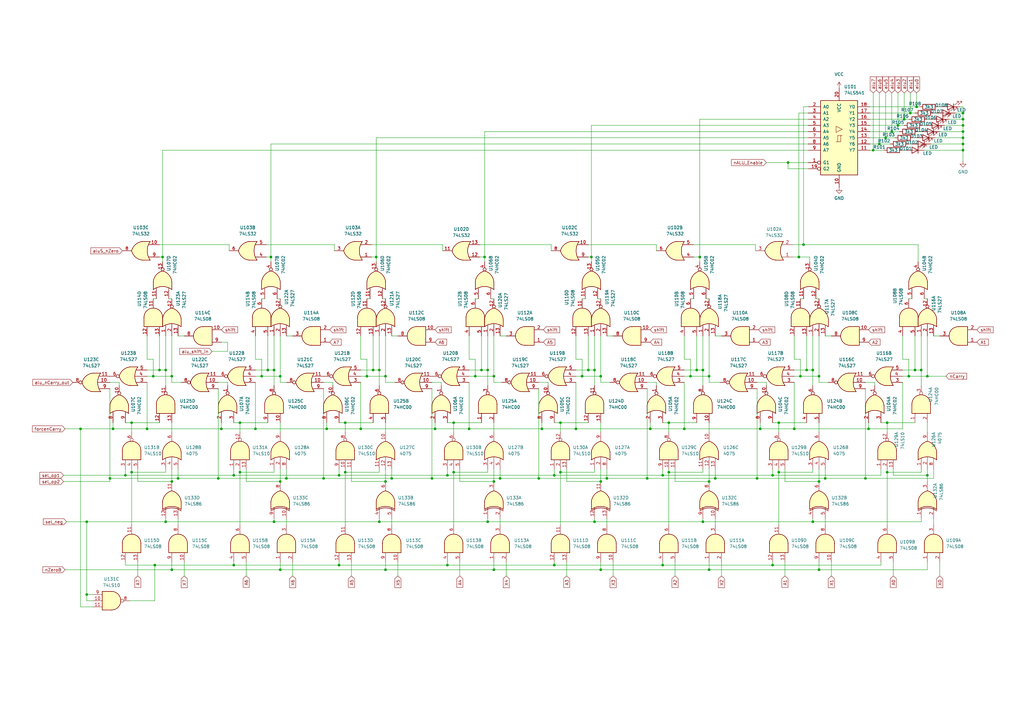
<source format=kicad_sch>
(kicad_sch (version 20211123) (generator eeschema)
  (paper "A3")
  (title_block (title "ALU core - SSI") (date "2022-09-02") (rev "1") (company "DNB Projects") (comment 1 "See sheet two for power and decoupling"))
  (junction (at 319.405 193.675))
  (junction (at 133.985 175.895))
  (junction (at 205.105 196.215))
  (junction (at 109.855 151.765))
  (junction (at 46.355 175.895))
  (junction (at 200.025 213.995))
  (junction (at 380.365 154.305))
  (junction (at 280.67 175.895))
  (junction (at 246.38 233.68))
  (junction (at 53.975 173.355))
  (junction (at 222.25 175.895))
  (junction (at 202.565 197.485))
  (junction (at 112.395 213.995))
  (junction (at 192.405 175.895))
  (junction (at 243.84 213.995))
  (junction (at 73.025 196.215))
  (junction (at 377.825 151.765))
  (junction (at 66.675 105.41))
  (junction (at 310.515 196.215))
  (junction (at 238.76 154.305))
  (junction (at 335.915 154.305))
  (junction (at 323.215 66.675))
  (junction (at 363.855 173.355))
  (junction (at 274.32 173.355))
  (junction (at 375.92 43.815))
  (junction (at 141.605 173.355))
  (junction (at 333.375 213.995))
  (junction (at 290.83 154.305))
  (junction (at 117.475 196.215))
  (junction (at 373.38 46.355))
  (junction (at 335.915 197.485))
  (junction (at 158.115 154.305))
  (junction (at 380.365 194.945))
  (junction (at 288.29 213.995))
  (junction (at 394.97 59.055))
  (junction (at 141.605 193.675))
  (junction (at 220.98 196.215))
  (junction (at 363.22 56.515))
  (junction (at 246.38 154.305))
  (junction (at 372.745 154.305))
  (junction (at 178.435 175.895))
  (junction (at 139.065 231.775))
  (junction (at 290.83 233.68))
  (junction (at 155.575 213.995))
  (junction (at 35.56 243.84))
  (junction (at 243.84 151.765))
  (junction (at 98.425 193.675))
  (junction (at 33.02 175.895))
  (junction (at 246.38 197.485))
  (junction (at 333.375 151.765))
  (junction (at 354.965 196.215))
  (junction (at 242.57 105.41))
  (junction (at 368.3 51.435))
  (junction (at 107.315 154.305))
  (junction (at 45.085 196.215))
  (junction (at 327.66 105.41))
  (junction (at 358.14 61.595))
  (junction (at 111.125 105.41))
  (junction (at 51.435 194.945))
  (junction (at 370.84 48.895))
  (junction (at 155.575 151.765))
  (junction (at 325.755 175.895))
  (junction (at 67.945 213.995))
  (junction (at 271.78 194.945))
  (junction (at 104.775 175.895))
  (junction (at 290.83 197.485))
  (junction (at 394.97 46.355))
  (junction (at 160.655 196.215))
  (junction (at 63.5 231.775))
  (junction (at 62.865 154.305))
  (junction (at 183.515 194.945))
  (junction (at 229.87 193.675))
  (junction (at 202.565 233.68))
  (junction (at 198.755 105.41))
  (junction (at 338.455 196.215))
  (junction (at 153.035 151.765))
  (junction (at 287.02 105.41))
  (junction (at 266.7 175.895))
  (junction (at 227.33 194.945))
  (junction (at 70.485 154.305))
  (junction (at 114.935 233.68))
  (junction (at 150.495 154.305))
  (junction (at 177.165 196.215))
  (junction (at 197.485 151.765))
  (junction (at 248.92 196.215))
  (junction (at 154.305 105.41))
  (junction (at 200.025 151.765))
  (junction (at 319.405 173.355))
  (junction (at 360.68 59.055))
  (junction (at 283.21 154.305))
  (junction (at 114.935 154.305))
  (junction (at 335.915 233.68))
  (junction (at 60.325 175.895))
  (junction (at 265.43 196.215))
  (junction (at 65.405 151.765))
  (junction (at 363.855 193.675))
  (junction (at 53.975 193.675))
  (junction (at 186.055 173.355))
  (junction (at 285.75 151.765))
  (junction (at 35.56 213.995))
  (junction (at 147.955 175.895))
  (junction (at 89.535 196.215))
  (junction (at 112.395 151.765))
  (junction (at 158.115 233.68))
  (junction (at 316.865 194.945))
  (junction (at 90.805 175.895))
  (junction (at 274.32 193.675))
  (junction (at 394.97 61.595))
  (junction (at 70.485 197.485))
  (junction (at 241.3 151.765))
  (junction (at 394.97 56.515))
  (junction (at 70.485 233.68))
  (junction (at 139.065 194.945))
  (junction (at 132.715 196.215))
  (junction (at 288.29 151.765))
  (junction (at 229.87 173.355))
  (junction (at 202.565 154.305))
  (junction (at 186.055 193.675))
  (junction (at 293.37 196.215))
  (junction (at 316.865 231.775))
  (junction (at 183.515 231.775))
  (junction (at 329.565 100.33))
  (junction (at 95.885 231.775))
  (junction (at 356.235 175.895))
  (junction (at 271.78 231.775))
  (junction (at 98.425 173.355))
  (junction (at 394.97 48.895))
  (junction (at 330.835 151.765))
  (junction (at 158.115 197.485))
  (junction (at 236.22 175.895))
  (junction (at 365.76 53.975))
  (junction (at 227.33 231.775))
  (junction (at 394.97 53.975))
  (junction (at 114.935 197.485))
  (junction (at 95.885 194.945))
  (junction (at 67.945 151.765))
  (junction (at 311.785 175.895))
  (junction (at 394.97 51.435))
  (junction (at 194.945 154.305))
  (junction (at 328.295 154.305))
  (junction (at 375.285 151.765))
  (wire (pts (xy 245.11 122.555) (xy 246.38 122.555)))
  (wire (pts (xy 186.055 192.405) (xy 186.055 193.675)))
  (wire (pts (xy 327.66 105.41) (xy 332.105 105.41)))
  (wire (pts (xy 331.47 51.435) (xy 242.57 51.435)))
  (wire (pts (xy 156.845 122.555) (xy 158.115 122.555)))
  (wire (pts (xy 95.885 194.945) (xy 95.885 192.405)))
  (wire (pts (xy 163.195 236.22) (xy 163.195 230.505)))
  (wire (pts (xy 246.38 137.795) (xy 246.38 154.305)))
  (wire (pts (xy 293.37 137.795) (xy 295.91 137.795)))
  (wire (pts (xy 95.885 230.505) (xy 95.885 231.775)))
  (wire (pts (xy 117.475 137.795) (xy 120.015 137.795)))
  (wire (pts (xy 372.745 122.555) (xy 374.015 122.555)))
  (wire (pts (xy 354.965 159.385) (xy 354.965 196.215)))
  (wire (pts (xy 385.445 53.975) (xy 394.97 53.975)))
  (wire (pts (xy 370.84 38.1) (xy 370.84 48.895)))
  (wire (pts (xy 158.115 173.355) (xy 158.115 177.165)))
  (wire (pts (xy 328.295 122.555) (xy 329.565 122.555)))
  (wire (pts (xy 93.345 140.335) (xy 90.805 140.335)))
  (wire (pts (xy 311.785 173.355) (xy 311.785 175.895)))
  (wire (pts (xy 194.945 147.32) (xy 194.945 154.305)))
  (wire (pts (xy 370.205 137.795) (xy 370.205 147.32)))
  (wire (pts (xy 356.87 56.515) (xy 363.22 56.515)))
  (wire (pts (xy 67.945 151.765) (xy 67.945 158.115)))
  (wire (pts (xy 316.865 194.945) (xy 361.315 194.945)))
  (wire (pts (xy 290.83 156.845) (xy 290.83 154.305)))
  (wire (pts (xy 48.895 156.845) (xy 48.895 158.115)))
  (wire (pts (xy 382.905 196.215) (xy 354.965 196.215)))
  (wire (pts (xy 248.92 192.405) (xy 248.92 196.215)))
  (wire (pts (xy 133.985 173.355) (xy 133.985 175.895)))
  (wire (pts (xy 227.33 194.945) (xy 271.78 194.945)))
  (wire (pts (xy 111.125 59.055) (xy 111.125 105.41)))
  (wire (pts (xy 338.455 192.405) (xy 338.455 196.215)))
  (wire (pts (xy 227.33 173.355) (xy 229.87 173.355)))
  (wire (pts (xy 236.22 137.795) (xy 236.22 147.32)))
  (wire (pts (xy 86.995 144.145) (xy 93.345 144.145)))
  (wire (pts (xy 310.515 159.385) (xy 310.515 196.215)))
  (wire (pts (xy 60.325 156.845) (xy 60.325 175.895)))
  (wire (pts (xy 319.405 192.405) (xy 319.405 193.675)))
  (wire (pts (xy 26.67 175.895) (xy 33.02 175.895)))
  (wire (pts (xy 73.025 137.795) (xy 75.565 137.795)))
  (wire (pts (xy 51.435 194.945) (xy 51.435 192.405)))
  (wire (pts (xy 394.97 46.355) (xy 394.97 48.895)))
  (wire (pts (xy 56.515 236.22) (xy 56.515 230.505)))
  (wire (pts (xy 62.865 154.305) (xy 70.485 154.305)))
  (wire (pts (xy 271.78 194.945) (xy 316.865 194.945)))
  (wire (pts (xy 95.885 194.945) (xy 139.065 194.945)))
  (wire (pts (xy 241.3 137.795) (xy 241.3 151.765)))
  (wire (pts (xy 274.32 193.675) (xy 274.32 215.265)))
  (wire (pts (xy 155.575 193.675) (xy 155.575 192.405)))
  (wire (pts (xy 205.105 192.405) (xy 205.105 196.215)))
  (wire (pts (xy 100.965 236.22) (xy 100.965 230.505)))
  (wire (pts (xy 177.165 196.215) (xy 205.105 196.215)))
  (wire (pts (xy 321.945 197.485) (xy 335.915 197.485)))
  (wire (pts (xy 181.61 100.33) (xy 152.4 100.33)))
  (wire (pts (xy 333.375 213.995) (xy 377.825 213.995)))
  (wire (pts (xy 232.41 192.405) (xy 232.41 197.485)))
  (wire (pts (xy 139.065 194.945) (xy 183.515 194.945)))
  (wire (pts (xy 356.87 61.595) (xy 358.14 61.595)))
  (wire (pts (xy 366.395 194.945) (xy 380.365 194.945)))
  (wire (pts (xy 160.655 192.405) (xy 160.655 196.215)))
  (wire (pts (xy 226.06 100.33) (xy 196.85 100.33)))
  (wire (pts (xy 309.88 100.33) (xy 284.48 100.33)))
  (wire (pts (xy 251.46 236.22) (xy 251.46 230.505)))
  (wire (pts (xy 377.825 137.795) (xy 377.825 151.765)))
  (wire (pts (xy 246.38 156.845) (xy 246.38 154.305)))
  (wire (pts (xy 222.25 175.895) (xy 236.22 175.895)))
  (wire (pts (xy 375.285 151.765) (xy 377.825 151.765)))
  (wire (pts (xy 73.025 212.725) (xy 73.025 215.265)))
  (wire (pts (xy 183.515 231.775) (xy 227.33 231.775)))
  (wire (pts (xy 63.5 246.38) (xy 63.5 231.775)))
  (wire (pts (xy 45.085 159.385) (xy 45.085 196.215)))
  (wire (pts (xy 117.475 196.215) (xy 132.715 196.215)))
  (wire (pts (xy 160.655 212.725) (xy 160.655 215.265)))
  (wire (pts (xy 331.47 48.895) (xy 287.02 48.895)))
  (wire (pts (xy 295.275 156.845) (xy 290.83 156.845)))
  (wire (pts (xy 114.935 230.505) (xy 114.935 233.68)))
  (wire (pts (xy 271.78 231.775) (xy 316.865 231.775)))
  (wire (pts (xy 316.865 231.775) (xy 361.315 231.775)))
  (wire (pts (xy 104.775 147.32) (xy 107.315 147.32)))
  (wire (pts (xy 335.915 173.355) (xy 335.915 177.165)))
  (wire (pts (xy 319.405 193.675) (xy 333.375 193.675)))
  (wire (pts (xy 366.395 192.405) (xy 366.395 194.945)))
  (wire (pts (xy 241.3 105.41) (xy 242.57 105.41)))
  (wire (pts (xy 368.3 51.435) (xy 370.84 51.435)))
  (wire (pts (xy 356.87 48.895) (xy 370.84 48.895)))
  (wire (pts (xy 379.095 122.555) (xy 380.365 122.555)))
  (wire (pts (xy 356.235 175.895) (xy 370.205 175.895)))
  (wire (pts (xy 248.92 212.725) (xy 248.92 215.265)))
  (wire (pts (xy 394.97 61.595) (xy 394.97 66.04)))
  (wire (pts (xy 114.935 137.795) (xy 114.935 154.305)))
  (wire (pts (xy 202.565 156.845) (xy 202.565 154.305)))
  (wire (pts (xy 158.115 197.485) (xy 158.115 192.405)))
  (wire (pts (xy 98.425 173.355) (xy 109.855 173.355)))
  (wire (pts (xy 89.535 156.845) (xy 93.345 156.845)))
  (wire (pts (xy 205.105 212.725) (xy 205.105 215.265)))
  (wire (pts (xy 45.085 156.845) (xy 48.895 156.845)))
  (wire (pts (xy 391.795 46.355) (xy 394.97 46.355)))
  (wire (pts (xy 293.37 196.215) (xy 310.515 196.215)))
  (wire (pts (xy 325.755 147.32) (xy 328.295 147.32)))
  (wire (pts (xy 331.47 59.055) (xy 111.125 59.055)))
  (wire (pts (xy 200.025 193.675) (xy 200.025 192.405)))
  (wire (pts (xy 274.32 173.355) (xy 274.32 177.165)))
  (wire (pts (xy 202.565 230.505) (xy 202.565 233.68)))
  (wire (pts (xy 393.7 43.815) (xy 394.97 43.815)))
  (wire (pts (xy 381.635 48.895) (xy 380.365 48.895)))
  (wire (pts (xy 38.1 248.92) (xy 33.02 248.92)))
  (wire (pts (xy 154.305 105.41) (xy 154.305 107.315)))
  (wire (pts (xy 114.935 192.405) (xy 114.935 197.485)))
  (wire (pts (xy 104.775 156.845) (xy 104.775 175.895)))
  (wire (pts (xy 238.76 154.305) (xy 246.38 154.305)))
  (wire (pts (xy 382.905 137.795) (xy 385.445 137.795)))
  (wire (pts (xy 178.435 173.355) (xy 178.435 175.895)))
  (wire (pts (xy 144.145 197.485) (xy 158.115 197.485)))
  (wire (pts (xy 274.32 193.675) (xy 288.29 193.675)))
  (wire (pts (xy 98.425 192.405) (xy 98.425 193.675)))
  (wire (pts (xy 274.32 173.355) (xy 285.75 173.355)))
  (wire (pts (xy 229.87 173.355) (xy 229.87 177.165)))
  (wire (pts (xy 117.475 156.845) (xy 114.935 156.845)))
  (wire (pts (xy 197.485 137.795) (xy 197.485 151.765)))
  (wire (pts (xy 229.87 193.675) (xy 243.84 193.675)))
  (wire (pts (xy 192.405 151.765) (xy 197.485 151.765)))
  (wire (pts (xy 53.34 246.38) (xy 63.5 246.38)))
  (wire (pts (xy 120.015 236.22) (xy 120.015 230.505)))
  (wire (pts (xy 338.455 196.215) (xy 310.515 196.215)))
  (wire (pts (xy 373.38 46.355) (xy 375.285 46.355)))
  (wire (pts (xy 202.565 173.355) (xy 202.565 177.165)))
  (wire (pts (xy 321.945 236.22) (xy 321.945 230.505)))
  (wire (pts (xy 319.405 173.355) (xy 319.405 177.165)))
  (wire (pts (xy 200.025 137.795) (xy 200.025 151.765)))
  (wire (pts (xy 238.76 147.32) (xy 238.76 154.305)))
  (wire (pts (xy 394.97 48.895) (xy 394.97 51.435)))
  (wire (pts (xy 205.105 137.795) (xy 207.645 137.795)))
  (wire (pts (xy 243.84 193.675) (xy 243.84 192.405)))
  (wire (pts (xy 113.665 122.555) (xy 114.935 122.555)))
  (wire (pts (xy 26.035 194.945) (xy 51.435 194.945)))
  (wire (pts (xy 227.33 194.945) (xy 227.33 192.405)))
  (wire (pts (xy 205.74 156.845) (xy 202.565 156.845)))
  (wire (pts (xy 243.84 213.995) (xy 288.29 213.995)))
  (wire (pts (xy 380.365 154.305) (xy 387.985 154.305)))
  (wire (pts (xy 188.595 236.22) (xy 188.595 230.505)))
  (wire (pts (xy 288.29 213.995) (xy 333.375 213.995)))
  (wire (pts (xy 192.405 147.32) (xy 194.945 147.32)))
  (wire (pts (xy 27.305 213.995) (xy 35.56 213.995)))
  (wire (pts (xy 183.515 173.355) (xy 186.055 173.355)))
  (wire (pts (xy 65.405 137.795) (xy 65.405 151.765)))
  (wire (pts (xy 250.19 156.845) (xy 246.38 156.845)))
  (wire (pts (xy 265.43 156.845) (xy 269.24 156.845)))
  (wire (pts (xy 136.525 156.845) (xy 136.525 158.115)))
  (wire (pts (xy 325.755 154.305) (xy 328.295 154.305)))
  (wire (pts (xy 186.055 193.675) (xy 186.055 215.265)))
  (wire (pts (xy 380.365 194.945) (xy 380.365 192.405)))
  (wire (pts (xy 70.485 173.355) (xy 70.485 177.165)))
  (wire (pts (xy 104.775 137.795) (xy 104.775 147.32)))
  (wire (pts (xy 276.86 236.22) (xy 276.86 230.505)))
  (wire (pts (xy 70.485 197.485) (xy 70.485 192.405)))
  (wire (pts (xy 331.47 43.815) (xy 329.565 43.815)))
  (wire (pts (xy 356.87 53.975) (xy 365.76 53.975)))
  (wire (pts (xy 331.47 53.975) (xy 198.755 53.975)))
  (wire (pts (xy 333.375 137.795) (xy 333.375 151.765)))
  (wire (pts (xy 35.56 213.995) (xy 67.945 213.995)))
  (wire (pts (xy 53.975 173.355) (xy 65.405 173.355)))
  (wire (pts (xy 202.565 233.68) (xy 246.38 233.68)))
  (wire (pts (xy 323.215 66.675) (xy 331.47 66.675)))
  (wire (pts (xy 329.565 100.33) (xy 376.555 100.33)))
  (wire (pts (xy 384.175 46.355) (xy 382.905 46.355)))
  (wire (pts (xy 188.595 192.405) (xy 188.595 197.485)))
  (wire (pts (xy 201.295 122.555) (xy 202.565 122.555)))
  (wire (pts (xy 241.3 100.33) (xy 269.24 100.33)))
  (wire (pts (xy 53.975 193.675) (xy 67.945 193.675)))
  (wire (pts (xy 356.87 59.055) (xy 360.68 59.055)))
  (wire (pts (xy 51.435 173.355) (xy 53.975 173.355)))
  (wire (pts (xy 363.855 173.355) (xy 363.855 177.165)))
  (wire (pts (xy 202.565 192.405) (xy 202.565 197.485)))
  (wire (pts (xy 93.98 100.33) (xy 65.405 100.33)))
  (wire (pts (xy 227.33 231.775) (xy 271.78 231.775)))
  (wire (pts (xy 280.67 147.32) (xy 283.21 147.32)))
  (wire (pts (xy 98.425 173.355) (xy 98.425 177.165)))
  (wire (pts (xy 67.945 137.795) (xy 67.945 151.765)))
  (wire (pts (xy 372.745 154.305) (xy 380.365 154.305)))
  (wire (pts (xy 377.825 53.975) (xy 376.555 53.975)))
  (wire (pts (xy 325.755 156.845) (xy 325.755 175.895)))
  (wire (pts (xy 243.84 151.765) (xy 243.84 158.115)))
  (wire (pts (xy 100.965 192.405) (xy 100.965 197.485)))
  (wire (pts (xy 363.22 38.1) (xy 363.22 56.515)))
  (wire (pts (xy 153.035 137.795) (xy 153.035 151.765)))
  (wire (pts (xy 160.655 137.795) (xy 163.195 137.795)))
  (wire (pts (xy 331.47 46.355) (xy 327.66 46.355)))
  (wire (pts (xy 158.115 156.845) (xy 158.115 154.305)))
  (wire (pts (xy 370.205 156.845) (xy 370.205 175.895)))
  (wire (pts (xy 26.67 233.68) (xy 70.485 233.68)))
  (wire (pts (xy 386.08 43.815) (xy 384.81 43.815)))
  (wire (pts (xy 319.405 173.355) (xy 330.835 173.355)))
  (wire (pts (xy 271.78 173.355) (xy 274.32 173.355)))
  (wire (pts (xy 67.945 212.725) (xy 67.945 213.995)))
  (wire (pts (xy 330.835 151.765) (xy 333.375 151.765)))
  (wire (pts (xy 232.41 236.22) (xy 232.41 230.505)))
  (wire (pts (xy 394.97 43.815) (xy 394.97 46.355)))
  (wire (pts (xy 365.76 53.975) (xy 368.935 53.975)))
  (wire (pts (xy 150.495 122.555) (xy 151.765 122.555)))
  (wire (pts (xy 226.06 102.87) (xy 226.06 100.33)))
  (wire (pts (xy 370.205 154.305) (xy 372.745 154.305)))
  (wire (pts (xy 93.345 144.145) (xy 93.345 140.335)))
  (wire (pts (xy 150.495 147.32) (xy 150.495 154.305)))
  (wire (pts (xy 280.67 175.895) (xy 311.785 175.895)))
  (wire (pts (xy 229.87 193.675) (xy 229.87 215.265)))
  (wire (pts (xy 280.67 154.305) (xy 283.21 154.305)))
  (wire (pts (xy 227.33 230.505) (xy 227.33 231.775)))
  (wire (pts (xy 358.775 156.845) (xy 358.775 158.115)))
  (wire (pts (xy 194.945 154.305) (xy 202.565 154.305)))
  (wire (pts (xy 109.855 151.765) (xy 112.395 151.765)))
  (wire (pts (xy 376.555 100.33) (xy 376.555 107.315)))
  (wire (pts (xy 137.16 102.87) (xy 137.16 100.33)))
  (wire (pts (xy 380.365 230.505) (xy 380.365 233.68)))
  (wire (pts (xy 51.435 231.775) (xy 63.5 231.775)))
  (wire (pts (xy 202.565 137.795) (xy 202.565 154.305)))
  (wire (pts (xy 107.315 122.555) (xy 108.585 122.555)))
  (wire (pts (xy 381.635 59.055) (xy 394.97 59.055)))
  (wire (pts (xy 192.405 175.895) (xy 222.25 175.895)))
  (wire (pts (xy 112.395 137.795) (xy 112.395 151.765)))
  (wire (pts (xy 325.12 100.33) (xy 329.565 100.33)))
  (wire (pts (xy 323.215 69.215) (xy 323.215 66.675)))
  (wire (pts (xy 325.12 105.41) (xy 327.66 105.41)))
  (wire (pts (xy 370.205 147.32) (xy 372.745 147.32)))
  (wire (pts (xy 379.095 61.595) (xy 394.97 61.595)))
  (wire (pts (xy 198.755 53.975) (xy 198.755 105.41)))
  (wire (pts (xy 232.41 197.485) (xy 246.38 197.485)))
  (wire (pts (xy 60.325 137.795) (xy 60.325 147.32)))
  (wire (pts (xy 243.84 212.725) (xy 243.84 213.995)))
  (wire (pts (xy 200.025 151.765) (xy 200.025 158.115)))
  (wire (pts (xy 33.02 175.895) (xy 46.355 175.895)))
  (wire (pts (xy 358.14 61.595) (xy 362.585 61.595)))
  (wire (pts (xy 112.395 151.765) (xy 112.395 158.115)))
  (wire (pts (xy 144.145 192.405) (xy 144.145 197.485)))
  (wire (pts (xy 246.38 230.505) (xy 246.38 233.68)))
  (wire (pts (xy 69.215 122.555) (xy 70.485 122.555)))
  (wire (pts (xy 360.68 38.1) (xy 360.68 59.055)))
  (wire (pts (xy 333.375 212.725) (xy 333.375 213.995)))
  (wire (pts (xy 183.515 194.945) (xy 227.33 194.945)))
  (wire (pts (xy 316.865 194.945) (xy 316.865 192.405)))
  (wire (pts (xy 180.975 156.845) (xy 180.975 158.115)))
  (wire (pts (xy 73.025 196.215) (xy 45.085 196.215)))
  (wire (pts (xy 224.79 156.845) (xy 224.79 158.115)))
  (wire (pts (xy 394.97 59.055) (xy 394.97 61.595)))
  (wire (pts (xy 178.435 175.895) (xy 192.405 175.895)))
  (wire (pts (xy 288.29 151.765) (xy 288.29 158.115)))
  (wire (pts (xy 89.535 159.385) (xy 89.535 196.215)))
  (wire (pts (xy 377.825 193.675) (xy 377.825 192.405)))
  (wire (pts (xy 158.115 137.795) (xy 158.115 154.305)))
  (wire (pts (xy 90.805 173.355) (xy 90.805 175.895)))
  (wire (pts (xy 117.475 192.405) (xy 117.475 196.215)))
  (wire (pts (xy 394.97 53.975) (xy 394.97 56.515)))
  (wire (pts (xy 284.48 105.41) (xy 287.02 105.41)))
  (wire (pts (xy 207.645 236.22) (xy 207.645 230.505)))
  (wire (pts (xy 242.57 51.435) (xy 242.57 105.41)))
  (wire (pts (xy 186.055 173.355) (xy 186.055 177.165)))
  (wire (pts (xy 141.605 193.675) (xy 141.605 215.265)))
  (wire (pts (xy 73.025 196.215) (xy 89.535 196.215)))
  (wire (pts (xy 360.68 59.055) (xy 365.125 59.055)))
  (wire (pts (xy 370.84 48.895) (xy 372.745 48.895)))
  (wire (pts (xy 290.83 192.405) (xy 290.83 197.485)))
  (wire (pts (xy 73.025 192.405) (xy 73.025 196.215)))
  (wire (pts (xy 51.435 230.505) (xy 51.435 231.775)))
  (wire (pts (xy 222.25 173.355) (xy 222.25 175.895)))
  (wire (pts (xy 192.405 137.795) (xy 192.405 147.32)))
  (wire (pts (xy 150.495 154.305) (xy 158.115 154.305)))
  (wire (pts (xy 161.925 156.845) (xy 158.115 156.845)))
  (wire (pts (xy 366.395 236.22) (xy 366.395 230.505)))
  (wire (pts (xy 338.455 196.215) (xy 354.965 196.215)))
  (wire (pts (xy 132.715 156.845) (xy 136.525 156.845)))
  (wire (pts (xy 93.345 156.845) (xy 93.345 158.115)))
  (wire (pts (xy 153.035 151.765) (xy 155.575 151.765)))
  (wire (pts (xy 288.29 213.995) (xy 288.29 212.725)))
  (wire (pts (xy 266.7 173.355) (xy 266.7 175.895)))
  (wire (pts (xy 363.22 56.515) (xy 367.03 56.515)))
  (wire (pts (xy 74.295 156.845) (xy 70.485 156.845)))
  (wire (pts (xy 271.78 230.505) (xy 271.78 231.775)))
  (wire (pts (xy 117.475 212.725) (xy 117.475 215.265)))
  (wire (pts (xy 356.87 43.815) (xy 375.92 43.815)))
  (wire (pts (xy 290.83 137.795) (xy 290.83 154.305)))
  (wire (pts (xy 370.205 151.765) (xy 375.285 151.765)))
  (wire (pts (xy 236.22 154.305) (xy 238.76 154.305)))
  (wire (pts (xy 236.22 156.845) (xy 236.22 175.895)))
  (wire (pts (xy 98.425 193.675) (xy 112.395 193.675)))
  (wire (pts (xy 229.87 173.355) (xy 241.3 173.355)))
  (wire (pts (xy 70.485 233.68) (xy 114.935 233.68)))
  (wire (pts (xy 356.87 51.435) (xy 368.3 51.435)))
  (wire (pts (xy 293.37 196.215) (xy 265.43 196.215)))
  (wire (pts (xy 248.92 196.215) (xy 265.43 196.215)))
  (wire (pts (xy 339.725 156.845) (xy 335.915 156.845)))
  (wire (pts (xy 56.515 197.485) (xy 70.485 197.485)))
  (wire (pts (xy 192.405 154.305) (xy 194.945 154.305)))
  (wire (pts (xy 363.855 192.405) (xy 363.855 193.675)))
  (wire (pts (xy 26.035 197.485) (xy 45.085 197.485)))
  (wire (pts (xy 333.375 193.675) (xy 333.375 192.405)))
  (wire (pts (xy 177.165 156.845) (xy 180.975 156.845)))
  (wire (pts (xy 335.915 156.845) (xy 335.915 154.305)))
  (wire (pts (xy 327.66 46.355) (xy 327.66 105.41)))
  (wire (pts (xy 325.755 151.765) (xy 330.835 151.765)))
  (wire (pts (xy 274.32 192.405) (xy 274.32 193.675)))
  (wire (pts (xy 332.105 105.41) (xy 332.105 107.315)))
  (wire (pts (xy 293.37 212.725) (xy 293.37 215.265)))
  (wire (pts (xy 340.995 236.22) (xy 340.995 230.505)))
  (wire (pts (xy 107.315 154.305) (xy 114.935 154.305)))
  (wire (pts (xy 358.14 38.1) (xy 358.14 61.595)))
  (wire (pts (xy 60.325 147.32) (xy 62.865 147.32)))
  (wire (pts (xy 181.61 102.87) (xy 181.61 100.33)))
  (wire (pts (xy 375.285 137.795) (xy 375.285 151.765)))
  (wire (pts (xy 334.645 122.555) (xy 335.915 122.555)))
  (wire (pts (xy 387.35 51.435) (xy 394.97 51.435)))
  (wire (pts (xy 328.295 154.305) (xy 335.915 154.305)))
  (wire (pts (xy 45.085 197.485) (xy 45.085 196.215)))
  (wire (pts (xy 285.75 137.795) (xy 285.75 151.765)))
  (wire (pts (xy 238.76 122.555) (xy 240.03 122.555)))
  (wire (pts (xy 289.56 122.555) (xy 290.83 122.555)))
  (wire (pts (xy 109.855 137.795) (xy 109.855 151.765)))
  (wire (pts (xy 382.905 212.725) (xy 382.905 215.265)))
  (wire (pts (xy 354.965 156.845) (xy 358.775 156.845)))
  (wire (pts (xy 389.255 48.895) (xy 394.97 48.895)))
  (wire (pts (xy 114.935 233.68) (xy 158.115 233.68)))
  (wire (pts (xy 158.115 233.68) (xy 202.565 233.68)))
  (wire (pts (xy 104.775 154.305) (xy 107.315 154.305)))
  (wire (pts (xy 293.37 192.405) (xy 293.37 196.215)))
  (wire (pts (xy 380.365 137.795) (xy 380.365 154.305)))
  (wire (pts (xy 335.915 197.485) (xy 335.915 192.405)))
  (wire (pts (xy 160.655 196.215) (xy 177.165 196.215)))
  (wire (pts (xy 394.97 51.435) (xy 394.97 53.975)))
  (wire (pts (xy 89.535 196.215) (xy 117.475 196.215)))
  (wire (pts (xy 38.1 243.84) (xy 35.56 243.84)))
  (wire (pts (xy 241.3 151.765) (xy 243.84 151.765)))
  (wire (pts (xy 200.025 213.995) (xy 243.84 213.995)))
  (wire (pts (xy 310.515 156.845) (xy 314.325 156.845)))
  (wire (pts (xy 375.92 43.815) (xy 377.19 43.815)))
  (wire (pts (xy 66.675 105.41) (xy 66.675 107.315)))
  (wire (pts (xy 236.22 151.765) (xy 241.3 151.765)))
  (wire (pts (xy 283.21 147.32) (xy 283.21 154.305)))
  (wire (pts (xy 155.575 213.995) (xy 200.025 213.995)))
  (wire (pts (xy 266.7 175.895) (xy 280.67 175.895)))
  (wire (pts (xy 66.675 61.595) (xy 66.675 105.41)))
  (wire (pts (xy 141.605 193.675) (xy 155.575 193.675)))
  (wire (pts (xy 335.915 230.505) (xy 335.915 233.68)))
  (wire (pts (xy 112.395 213.995) (xy 112.395 212.725)))
  (wire (pts (xy 60.325 175.895) (xy 90.805 175.895)))
  (wire (pts (xy 321.945 192.405) (xy 321.945 197.485)))
  (wire (pts (xy 33.02 248.92) (xy 33.02 175.895)))
  (wire (pts (xy 65.405 151.765) (xy 67.945 151.765)))
  (wire (pts (xy 104.775 151.765) (xy 109.855 151.765)))
  (wire (pts (xy 53.975 173.355) (xy 53.975 177.165)))
  (wire (pts (xy 331.47 56.515) (xy 154.305 56.515)))
  (wire (pts (xy 248.92 137.795) (xy 251.46 137.795)))
  (wire (pts (xy 383.54 56.515) (xy 394.97 56.515)))
  (wire (pts (xy 377.825 213.995) (xy 377.825 212.725)))
  (wire (pts (xy 280.67 151.765) (xy 285.75 151.765)))
  (wire (pts (xy 111.125 105.41) (xy 111.125 107.315)))
  (wire (pts (xy 200.025 213.995) (xy 200.025 212.725)))
  (wire (pts (xy 112.395 193.675) (xy 112.395 192.405)))
  (wire (pts (xy 155.575 137.795) (xy 155.575 151.765)))
  (wire (pts (xy 375.92 38.1) (xy 375.92 43.815)))
  (wire (pts (xy 372.745 147.32) (xy 372.745 154.305)))
  (wire (pts (xy 325.755 175.895) (xy 356.235 175.895)))
  (wire (pts (xy 382.905 192.405) (xy 382.905 196.215)))
  (wire (pts (xy 309.88 102.87) (xy 309.88 100.33)))
  (wire (pts (xy 114.935 156.845) (xy 114.935 154.305)))
  (wire (pts (xy 186.055 173.355) (xy 197.485 173.355)))
  (wire (pts (xy 35.56 243.84) (xy 35.56 213.995)))
  (wire (pts (xy 295.91 236.22) (xy 295.91 230.505)))
  (wire (pts (xy 100.965 197.485) (xy 114.935 197.485)))
  (wire (pts (xy 335.915 137.795) (xy 335.915 154.305)))
  (wire (pts (xy 380.365 173.355) (xy 380.365 177.165)))
  (wire (pts (xy 356.235 173.355) (xy 356.235 175.895)))
  (wire (pts (xy 38.1 246.38) (xy 35.56 246.38)))
  (wire (pts (xy 229.87 192.405) (xy 229.87 193.675)))
  (wire (pts (xy 331.47 69.215) (xy 323.215 69.215)))
  (wire (pts (xy 137.16 100.33) (xy 109.22 100.33)))
  (wire (pts (xy 147.955 156.845) (xy 147.955 175.895)))
  (wire (pts (xy 269.24 156.845) (xy 269.24 158.115)))
  (wire (pts (xy 75.565 236.22) (xy 75.565 230.505)))
  (wire (pts (xy 246.38 173.355) (xy 246.38 177.165)))
  (wire (pts (xy 183.515 230.505) (xy 183.515 231.775)))
  (wire (pts (xy 186.055 193.675) (xy 200.025 193.675)))
  (wire (pts (xy 236.22 147.32) (xy 238.76 147.32)))
  (wire (pts (xy 147.955 151.765) (xy 153.035 151.765)))
  (wire (pts (xy 220.98 156.845) (xy 224.79 156.845)))
  (wire (pts (xy 70.485 230.505) (xy 70.485 233.68)))
  (wire (pts (xy 280.67 137.795) (xy 280.67 147.32)))
  (wire (pts (xy 51.435 194.945) (xy 95.885 194.945)))
  (wire (pts (xy 139.065 194.945) (xy 139.065 192.405)))
  (wire (pts (xy 290.83 173.355) (xy 290.83 177.165)))
  (wire (pts (xy 133.985 175.895) (xy 147.955 175.895)))
  (wire (pts (xy 385.445 236.22) (xy 385.445 230.505)))
  (wire (pts (xy 379.73 51.435) (xy 378.46 51.435)))
  (wire (pts (xy 328.295 147.32) (xy 328.295 154.305)))
  (wire (pts (xy 152.4 105.41) (xy 154.305 105.41)))
  (wire (pts (xy 242.57 105.41) (xy 242.57 107.315)))
  (wire (pts (xy 361.315 173.355) (xy 363.855 173.355)))
  (wire (pts (xy 46.355 173.355) (xy 46.355 175.895)))
  (wire (pts (xy 158.115 230.505) (xy 158.115 233.68)))
  (wire (pts (xy 283.21 154.305) (xy 290.83 154.305)))
  (wire (pts (xy 368.3 38.1) (xy 368.3 51.435)))
  (wire (pts (xy 90.805 175.895) (xy 104.775 175.895)))
  (wire (pts (xy 363.855 173.355) (xy 375.285 173.355)))
  (wire (pts (xy 246.38 197.485) (xy 246.38 192.405)))
  (wire (pts (xy 316.865 173.355) (xy 319.405 173.355)))
  (wire (pts (xy 276.86 192.405) (xy 276.86 197.485)))
  (wire (pts (xy 338.455 137.795) (xy 340.995 137.795)))
  (wire (pts (xy 155.575 151.765) (xy 155.575 158.115)))
  (wire (pts (xy 112.395 213.995) (xy 155.575 213.995)))
  (wire (pts (xy 147.955 154.305) (xy 150.495 154.305)))
  (wire (pts (xy 147.955 175.895) (xy 178.435 175.895)))
  (wire (pts (xy 63.5 231.775) (xy 95.885 231.775)))
  (wire (pts (xy 333.375 151.765) (xy 333.375 158.115)))
  (wire (pts (xy 147.955 137.795) (xy 147.955 147.32)))
  (wire (pts (xy 188.595 197.485) (xy 202.565 197.485)))
  (wire (pts (xy 361.315 194.945) (xy 361.315 192.405)))
  (wire (pts (xy 46.355 175.895) (xy 60.325 175.895)))
  (wire (pts (xy 155.575 212.725) (xy 155.575 213.995)))
  (wire (pts (xy 276.86 197.485) (xy 290.83 197.485)))
  (wire (pts (xy 371.475 61.595) (xy 370.205 61.595)))
  (wire (pts (xy 114.935 173.355) (xy 114.935 177.165)))
  (wire (pts (xy 311.785 175.895) (xy 325.755 175.895)))
  (wire (pts (xy 220.98 159.385) (xy 220.98 196.215)))
  (wire (pts (xy 198.755 105.41) (xy 198.755 107.315)))
  (wire (pts (xy 53.975 193.675) (xy 53.975 215.265)))
  (wire (pts (xy 246.38 233.68) (xy 290.83 233.68)))
  (wire (pts (xy 154.305 56.515) (xy 154.305 105.41)))
  (wire (pts (xy 373.38 38.1) (xy 373.38 46.355)))
  (wire (pts (xy 330.835 137.795) (xy 330.835 151.765)))
  (wire (pts (xy 141.605 173.355) (xy 141.605 177.165)))
  (wire (pts (xy 60.325 151.765) (xy 65.405 151.765)))
  (wire (pts (xy 335.915 233.68) (xy 380.365 233.68)))
  (wire (pts (xy 325.755 137.795) (xy 325.755 147.32)))
  (wire (pts (xy 109.22 105.41) (xy 111.125 105.41)))
  (wire (pts (xy 280.67 156.845) (xy 280.67 175.895)))
  (wire (pts (xy 329.565 43.815) (xy 329.565 100.33)))
  (wire (pts (xy 394.97 56.515) (xy 394.97 59.055)))
  (wire (pts (xy 95.885 173.355) (xy 98.425 173.355)))
  (wire (pts (xy 243.84 137.795) (xy 243.84 151.765)))
  (wire (pts (xy 319.405 193.675) (xy 319.405 215.265)))
  (wire (pts (xy 194.945 122.555) (xy 196.215 122.555)))
  (wire (pts (xy 183.515 194.945) (xy 183.515 192.405)))
  (wire (pts (xy 160.655 196.215) (xy 132.715 196.215)))
  (wire (pts (xy 248.92 196.215) (xy 220.98 196.215)))
  (wire (pts (xy 265.43 159.385) (xy 265.43 196.215)))
  (wire (pts (xy 363.855 193.675) (xy 377.825 193.675)))
  (wire (pts (xy 67.945 193.675) (xy 67.945 192.405)))
  (wire (pts (xy 375.92 56.515) (xy 374.65 56.515)))
  (wire (pts (xy 62.865 122.555) (xy 64.135 122.555)))
  (wire (pts (xy 363.855 193.675) (xy 363.855 215.265)))
  (wire (pts (xy 361.315 230.505) (xy 361.315 231.775)))
  (wire (pts (xy 132.715 159.385) (xy 132.715 196.215)))
  (wire (pts (xy 314.325 66.675) (xy 323.215 66.675)))
  (wire (pts (xy 139.065 230.505) (xy 139.065 231.775)))
  (wire (pts (xy 139.065 231.775) (xy 183.515 231.775)))
  (wire (pts (xy 104.775 175.895) (xy 133.985 175.895)))
  (wire (pts (xy 107.315 147.32) (xy 107.315 154.305)))
  (wire (pts (xy 287.02 48.895) (xy 287.02 105.41)))
  (wire (pts (xy 65.405 105.41) (xy 66.675 105.41)))
  (wire (pts (xy 331.47 61.595) (xy 66.675 61.595)))
  (wire (pts (xy 147.955 147.32) (xy 150.495 147.32)))
  (wire (pts (xy 141.605 192.405) (xy 141.605 193.675)))
  (wire (pts (xy 93.98 102.87) (xy 93.98 100.33)))
  (wire (pts (xy 374.015 59.055) (xy 372.745 59.055)))
  (wire (pts (xy 287.02 105.41) (xy 287.02 107.315)))
  (wire (pts (xy 283.21 122.555) (xy 284.48 122.555)))
  (wire (pts (xy 290.83 233.68) (xy 335.915 233.68)))
  (wire (pts (xy 192.405 156.845) (xy 192.405 175.895)))
  (wire (pts (xy 290.83 230.505) (xy 290.83 233.68)))
  (wire (pts (xy 98.425 193.675) (xy 98.425 215.265)))
  (wire (pts (xy 365.76 38.1) (xy 365.76 53.975)))
  (wire (pts (xy 269.24 100.33) (xy 269.24 102.87)))
  (wire (pts (xy 236.22 175.895) (xy 266.7 175.895)))
  (wire (pts (xy 53.975 192.405) (xy 53.975 193.675)))
  (wire (pts (xy 144.145 236.22) (xy 144.145 230.505)))
  (wire (pts (xy 338.455 212.725) (xy 338.455 215.265)))
  (wire (pts (xy 205.105 196.215) (xy 220.98 196.215)))
  (wire (pts (xy 285.75 151.765) (xy 288.29 151.765)))
  (wire (pts (xy 70.485 137.795) (xy 70.485 154.305)))
  (wire (pts (xy 139.065 173.355) (xy 141.605 173.355)))
  (wire (pts (xy 177.165 159.385) (xy 177.165 196.215)))
  (wire (pts (xy 316.865 230.505) (xy 316.865 231.775)))
  (wire (pts (xy 35.56 246.38) (xy 35.56 243.84)))
  (wire (pts (xy 95.885 231.775) (xy 139.065 231.775)))
  (wire (pts (xy 56.515 192.405) (xy 56.515 197.485)))
  (wire (pts (xy 377.825 151.765) (xy 377.825 158.115)))
  (wire (pts (xy 70.485 156.845) (xy 70.485 154.305)))
  (wire (pts (xy 60.325 154.305) (xy 62.865 154.305)))
  (wire (pts (xy 356.87 46.355) (xy 373.38 46.355)))
  (wire (pts (xy 314.325 156.845) (xy 314.325 158.115)))
  (wire (pts (xy 288.29 193.675) (xy 288.29 192.405)))
  (wire (pts (xy 288.29 137.795) (xy 288.29 151.765)))
  (wire (pts (xy 197.485 151.765) (xy 200.025 151.765)))
  (wire (pts (xy 196.85 105.41) (xy 198.755 105.41)))
  (wire (pts (xy 62.865 147.32) (xy 62.865 154.305)))
  (wire (pts (xy 271.78 194.945) (xy 271.78 192.405)))
  (wire (pts (xy 67.945 213.995) (xy 112.395 213.995)))
  (wire (pts (xy 380.365 194.945) (xy 380.365 197.485)))
  (wire (pts (xy 141.605 173.355) (xy 153.035 173.355)))
  (global_label "shift" (shape input) (at 90.805 135.255 0) (property "Intersheet References" "${INTERSHEET_REFS}" (effects hide)))
  (global_label "shift" (shape input) (at 178.435 135.255 0) (property "Intersheet References" "${INTERSHEET_REFS}" (effects hide)))
  (global_label "alu_shift_in" (shape input) (at 86.995 144.145 180) (property "Intersheet References" "${INTERSHEET_REFS}" (effects hide)))
  (global_label "A7" (shape input) (at 135.255 140.335 0) (property "Intersheet References" "${INTERSHEET_REFS}" (effects hide)))
  (global_label "alu3" (shape input) (at 368.3 38.1 90) (property "Intersheet References" "${INTERSHEET_REFS}" (effects hide)))
  (global_label "A1" (shape input) (at 400.685 140.335 0) (property "Intersheet References" "${INTERSHEET_REFS}" (effects hide)))
  (global_label "A3" (shape input) (at 311.15 140.335 0) (property "Intersheet References" "${INTERSHEET_REFS}" (effects hide)))
  (global_label "nZeroB" (shape input) (at 26.67 233.68 180) (property "Intersheet References" "${INTERSHEET_REFS}" (effects hide)))
  (global_label "A0" (shape input) (at 366.395 236.22 270) (property "Intersheet References" "${INTERSHEET_REFS}" (effects hide)))
  (global_label "sel_op1" (shape input) (at 26.035 194.945 180) (property "Intersheet References" "${INTERSHEET_REFS}" (effects hide)))
  (global_label "A2" (shape input) (at 356.235 140.335 0) (property "Intersheet References" "${INTERSHEET_REFS}" (effects hide)))
  (global_label "shift" (shape input) (at 356.235 135.255 0) (property "Intersheet References" "${INTERSHEET_REFS}" (effects hide)))
  (global_label "X6" (shape input) (at 120.015 236.22 270) (property "Intersheet References" "${INTERSHEET_REFS}" (effects hide)))
  (global_label "shift" (shape input) (at 311.15 135.255 0) (property "Intersheet References" "${INTERSHEET_REFS}" (effects hide)))
  (global_label "alu6" (shape input) (at 360.68 38.1 90) (property "Intersheet References" "${INTERSHEET_REFS}" (effects hide)))
  (global_label "shift" (shape input) (at 135.255 135.255 0) (property "Intersheet References" "${INTERSHEET_REFS}" (effects hide)))
  (global_label "A3" (shape input) (at 232.41 236.22 270) (property "Intersheet References" "${INTERSHEET_REFS}" (effects hide)))
  (global_label "alu1" (shape input) (at 373.38 38.1 90) (property "Intersheet References" "${INTERSHEET_REFS}" (effects hide)))
  (global_label "A4" (shape input) (at 266.7 140.335 0) (property "Intersheet References" "${INTERSHEET_REFS}" (effects hide)))
  (global_label "alu2" (shape input) (at 370.84 38.1 90) (property "Intersheet References" "${INTERSHEET_REFS}" (effects hide)))
  (global_label "alu_nCarry_out" (shape input) (at 29.845 156.845 180) (property "Intersheet References" "${INTERSHEET_REFS}" (effects hide)))
  (global_label "aluS_nZero" (shape input) (at 50.165 102.87 180) (property "Intersheet References" "${INTERSHEET_REFS}" (effects hide)))
  (global_label "X5" (shape input) (at 163.195 236.22 270) (property "Intersheet References" "${INTERSHEET_REFS}" (effects hide)))
  (global_label "shift" (shape input) (at 266.7 135.255 0) (property "Intersheet References" "${INTERSHEET_REFS}" (effects hide)))
  (global_label "A2" (shape input) (at 276.86 236.22 270) (property "Intersheet References" "${INTERSHEET_REFS}" (effects hide)))
  (global_label "X1" (shape input) (at 340.995 236.22 270) (property "Intersheet References" "${INTERSHEET_REFS}" (effects hide)))
  (global_label "forcenCarry" (shape input) (at 26.67 175.895 180) (property "Intersheet References" "${INTERSHEET_REFS}" (effects hide)))
  (global_label "alu4" (shape input) (at 365.76 38.1 90) (property "Intersheet References" "${INTERSHEET_REFS}" (effects hide)))
  (global_label "sel_op2" (shape input) (at 26.035 197.485 180) (property "Intersheet References" "${INTERSHEET_REFS}" (effects hide)))
  (global_label "A1" (shape input) (at 321.945 236.22 270) (property "Intersheet References" "${INTERSHEET_REFS}" (effects hide)))
  (global_label "sel_neg" (shape input) (at 27.305 213.995 180) (property "Intersheet References" "${INTERSHEET_REFS}" (effects hide)))
  (global_label "A7" (shape input) (at 56.515 236.22 270) (property "Intersheet References" "${INTERSHEET_REFS}" (effects hide)))
  (global_label "X7" (shape input) (at 75.565 236.22 270) (property "Intersheet References" "${INTERSHEET_REFS}" (effects hide)))
  (global_label "X2" (shape input) (at 295.91 236.22 270) (property "Intersheet References" "${INTERSHEET_REFS}" (effects hide)))
  (global_label "alu0" (shape input) (at 375.92 38.1 90) (property "Intersheet References" "${INTERSHEET_REFS}" (effects hide)))
  (global_label "shift" (shape input) (at 400.685 135.255 0) (property "Intersheet References" "${INTERSHEET_REFS}" (effects hide)))
  (global_label "A4" (shape input) (at 188.595 236.22 270) (property "Intersheet References" "${INTERSHEET_REFS}" (effects hide)))
  (global_label "A6" (shape input) (at 100.965 236.22 270) (property "Intersheet References" "${INTERSHEET_REFS}" (effects hide)))
  (global_label "X0" (shape input) (at 385.445 236.22 270) (property "Intersheet References" "${INTERSHEET_REFS}" (effects hide)))
  (global_label "X3" (shape input) (at 251.46 236.22 270) (property "Intersheet References" "${INTERSHEET_REFS}" (effects hide)))
  (global_label "shift" (shape input) (at 222.885 135.255 0) (property "Intersheet References" "${INTERSHEET_REFS}" (effects hide)))
  (global_label "alu5" (shape input) (at 363.22 38.1 90) (property "Intersheet References" "${INTERSHEET_REFS}" (effects hide)))
  (global_label "nALU_Enable" (shape input) (at 314.325 66.675 180) (property "Intersheet References" "${INTERSHEET_REFS}" (effects hide)))
  (global_label "A6" (shape input) (at 178.435 140.335 0) (property "Intersheet References" "${INTERSHEET_REFS}" (effects hide)))
  (global_label "nCarry" (shape input) (at 387.985 154.305 0) (property "Intersheet References" "${INTERSHEET_REFS}" (effects hide)))
  (global_label "A5" (shape input) (at 222.885 140.335 0) (property "Intersheet References" "${INTERSHEET_REFS}" (effects hide)))
  (global_label "X4" (shape input) (at 207.645 236.22 270) (property "Intersheet References" "${INTERSHEET_REFS}" (effects hide)))
  (global_label "alu7" (shape input) (at 358.14 38.1 90) (property "Intersheet References" "${INTERSHEET_REFS}" (effects hide)))
  (global_label "A5" (shape input) (at 144.145 236.22 270) (property "Intersheet References" "${INTERSHEET_REFS}" (effects hide)))
  (symbol (lib_id "74xx:74LS08") (at 393.065 137.795 180) (unit 1)
    (property "Reference" "U108" (at 393.065 128.27 0))
    (property "Value" "74LS08" (at 393.065 130.81 0))
    (property "Footprint" "Package_SO:SOIC-14_3.9x8.7mm_P1.27mm" (effects hide))
    (property "Datasheet" "http://www.ti.com/lit/gpn/sn74LS08" (effects hide))
  )
  (symbol (lib_id "74xx:74LS27") (at 318.135 154.305 180) (unit 2)
    (property "Reference" "U117" (at 318.135 144.8409 0))
    (property "Value" "74LS27" (at 318.135 147.3809 0))
    (property "Footprint" "Package_SO:SOIC-14_3.9x8.7mm_P1.27mm" (effects hide))
    (property "Datasheet" "http://www.ti.com/lit/gpn/sn74LS27" (effects hide))
  )
  (symbol (lib_id "74xx:74HC02") (at 198.755 114.935 90) (unit 2)
    (property "Reference" "U106" (at 201.295 104.775 0) (effects (justify right)))
    (property "Value" "74HC02" (at 203.835 104.775 0) (effects (justify right)))
    (property "Footprint" "Package_SO:SOIC-14_3.9x8.7mm_P1.27mm" (effects hide))
    (property "Datasheet" "http://www.ti.com/lit/gpn/sn74hc02" (effects hide))
  )
  (symbol (lib_id "74xx:74LS32") (at 317.5 102.87 180) (unit 1)
    (property "Reference" "U102" (at 317.5 93.98 0))
    (property "Value" "74LS32" (at 317.5 96.52 0))
    (property "Footprint" "Package_SO:SOIC-14_3.9x8.7mm_P1.27mm" (effects hide))
    (property "Datasheet" "http://www.ti.com/lit/gpn/sn74LS32" (effects hide))
  )
  (symbol (lib_id "74xx:74LS10") (at 274.32 184.785 90) (unit 3)
    (property "Reference" "U129" (at 279.4 183.5149 90) (effects (justify right)))
    (property "Value" "74LS10" (at 279.4 186.0549 90) (effects (justify right)))
    (property "Footprint" "Package_SO:SOIC-14_3.9x8.7mm_P1.27mm" (effects hide))
    (property "Datasheet" "http://www.ti.com/lit/gpn/sn74LS10" (effects hide))
  )
  (symbol (lib_id "74xx:74LS27") (at 81.915 156.845 180) (unit 3)
    (property "Reference" "U122" (at 81.915 147.4423 0))
    (property "Value" "74LS27" (at 81.915 149.9823 0))
    (property "Footprint" "Package_SO:SOIC-14_3.9x8.7mm_P1.27mm" (effects hide))
    (property "Datasheet" "http://www.ti.com/lit/gpn/sn74LS27" (effects hide))
  )
  (symbol (lib_id "74xx:74HC02") (at 154.305 114.935 90) (unit 4)
    (property "Reference" "U106" (at 156.845 104.775 0) (effects (justify right)))
    (property "Value" "74HC02" (at 159.385 104.775 0) (effects (justify right)))
    (property "Footprint" "Package_SO:SOIC-14_3.9x8.7mm_P1.27mm" (effects hide))
    (property "Datasheet" "http://www.ti.com/lit/gpn/sn74hc02" (effects hide))
  )
  (symbol (lib_id "74xx:74HC02") (at 314.325 165.735 90) (unit 3)
    (property "Reference" "U104" (at 320.04 162.56 0) (effects (justify right)))
    (property "Value" "74HC02" (at 322.58 162.56 0) (effects (justify right)))
    (property "Footprint" "Package_SO:SOIC-14_3.9x8.7mm_P1.27mm" (effects hide))
    (property "Datasheet" "http://www.ti.com/lit/gpn/sn74hc02" (effects hide))
  )
  (symbol (lib_id "74xx:74LS08") (at 259.08 137.795 180) (unit 3)
    (property "Reference" "U110" (at 259.08 128.27 0))
    (property "Value" "74LS08" (at 259.08 130.81 0))
    (property "Footprint" "Package_SO:SOIC-14_3.9x8.7mm_P1.27mm" (effects hide))
    (property "Datasheet" "http://www.ti.com/lit/gpn/sn74LS08" (effects hide))
  )
  (symbol (lib_id "74xx:74HC00") (at 243.84 165.735 90) (unit 4)
    (property "Reference" "U124" (at 249.555 164.4649 90) (effects (justify right)))
    (property "Value" "74HC00" (at 249.555 167.0049 90) (effects (justify right)))
    (property "Footprint" "Package_SO:SOIC-14_3.9x8.7mm_P1.27mm" (effects hide))
    (property "Datasheet" "http://www.ti.com/lit/gpn/sn74hc00" (effects hide))
  )
  (symbol (lib_id "Device:R") (at 374.65 51.435 90) (unit 1)
    (property "Reference" "R105" (at 368.3 50.165 90))
    (property "Value" "3k3" (at 374.65 51.435 90))
    (property "Footprint" "Resistor_SMD:R_0603_1608Metric_Pad0.98x0.95mm_HandSolder" (effects hide))
  )
  (symbol (lib_id "74xx:74LS08") (at 319.405 222.885 90) (unit 4)
    (property "Reference" "U109" (at 324.485 221.6149 90) (effects (justify right)))
    (property "Value" "74LS08" (at 324.485 224.1549 90) (effects (justify right)))
    (property "Footprint" "Package_SO:SOIC-14_3.9x8.7mm_P1.27mm" (effects hide))
    (property "Datasheet" "http://www.ti.com/lit/gpn/sn74LS08" (effects hide))
  )
  (symbol (lib_id "Device:R") (at 379.095 46.355 90) (unit 1)
    (property "Reference" "R107" (at 372.11 45.085 90))
    (property "Value" "3k3" (at 379.095 46.355 90))
    (property "Footprint" "Resistor_SMD:R_0603_1608Metric_Pad0.98x0.95mm_HandSolder" (effects hide))
  )
  (symbol (lib_id "74xx:74LS86") (at 380.365 205.105 90) (unit 1)
    (property "Reference" "U132" (at 383.54 198.12 0) (effects (justify right)))
    (property "Value" "74LS86" (at 386.08 198.12 0) (effects (justify right)))
    (property "Footprint" "Package_SO:SOIC-14_3.9x8.7mm_P1.27mm" (effects hide))
    (property "Datasheet" "74xx/74ls86.pdf" (effects hide))
  )
  (symbol (lib_id "74xx:74LS32") (at 144.78 102.87 180) (unit 1)
    (property "Reference" "U103" (at 144.78 93.345 0))
    (property "Value" "74LS32" (at 144.78 95.885 0))
    (property "Footprint" "Package_SO:SOIC-14_3.9x8.7mm_P1.27mm" (effects hide))
    (property "Datasheet" "http://www.ti.com/lit/gpn/sn74LS32" (effects hide))
  )
  (symbol (lib_id "Device:LED") (at 389.89 43.815 180) (unit 1)
    (property "Reference" "D108" (at 386.08 43.18 0))
    (property "Value" "LED" (at 394.335 45.085 0))
    (property "Footprint" "LED_SMD:LED_0603_1608Metric_Pad1.05x0.95mm_HandSolder" (effects hide))
  )
  (symbol (lib_id "Device:LED") (at 379.73 56.515 180) (unit 1)
    (property "Reference" "D103" (at 375.92 55.88 0))
    (property "Value" "LED" (at 384.81 57.785 0))
    (property "Footprint" "LED_SMD:LED_0603_1608Metric_Pad1.05x0.95mm_HandSolder" (effects hide))
  )
  (symbol (lib_id "74xx:74HC00") (at 67.945 165.735 90) (unit 4)
    (property "Reference" "U125" (at 73.66 164.4649 90) (effects (justify right)))
    (property "Value" "74HC00" (at 73.66 167.0049 90) (effects (justify right)))
    (property "Footprint" "Package_SO:SOIC-14_3.9x8.7mm_P1.27mm" (effects hide))
    (property "Datasheet" "http://www.ti.com/lit/gpn/sn74hc00" (effects hide))
  )
  (symbol (lib_id "Device:R") (at 366.395 61.595 90) (unit 1)
    (property "Reference" "R101" (at 360.68 60.325 90))
    (property "Value" "3k3" (at 366.395 61.595 90))
    (property "Footprint" "Resistor_SMD:R_0603_1608Metric_Pad0.98x0.95mm_HandSolder" (effects hide))
  )
  (symbol (lib_id "74xx:74HC02") (at 93.345 165.735 90) (unit 1)
    (property "Reference" "U107" (at 99.06 162.56 0) (effects (justify right)))
    (property "Value" "74HC02" (at 101.6 162.56 0) (effects (justify right)))
    (property "Footprint" "Package_SO:SOIC-14_3.9x8.7mm_P1.27mm" (effects hide))
    (property "Datasheet" "http://www.ti.com/lit/gpn/sn74hc02" (effects hide))
  )
  (symbol (lib_id "74xx:74LS10") (at 319.405 184.785 90) (unit 2)
    (property "Reference" "U129" (at 324.485 183.5149 90) (effects (justify right)))
    (property "Value" "74LS10" (at 324.485 186.0549 90) (effects (justify right)))
    (property "Footprint" "Package_SO:SOIC-14_3.9x8.7mm_P1.27mm" (effects hide))
    (property "Datasheet" "http://www.ti.com/lit/gpn/sn74LS10" (effects hide))
  )
  (symbol (lib_id "74xx:74HC02") (at 66.675 114.935 90) (unit 4)
    (property "Reference" "U107" (at 69.215 104.775 0) (effects (justify right)))
    (property "Value" "74HC02" (at 71.755 104.775 0) (effects (justify right)))
    (property "Footprint" "Package_SO:SOIC-14_3.9x8.7mm_P1.27mm" (effects hide))
    (property "Datasheet" "http://www.ti.com/lit/gpn/sn74hc02" (effects hide))
  )
  (symbol (lib_id "74xx:74LS08") (at 372.745 130.175 90) (unit 2)
    (property "Reference" "U108" (at 367.03 118.11 0) (effects (justify right)))
    (property "Value" "74LS08" (at 369.57 118.11 0) (effects (justify right)))
    (property "Footprint" "Package_SO:SOIC-14_3.9x8.7mm_P1.27mm" (effects hide))
    (property "Datasheet" "http://www.ti.com/lit/gpn/sn74LS08" (effects hide))
  )
  (symbol (lib_id "74xx:74LS32") (at 101.6 102.87 180) (unit 2)
    (property "Reference" "U103" (at 101.6 93.345 0))
    (property "Value" "74LS32" (at 101.6 95.885 0))
    (property "Footprint" "Package_SO:SOIC-14_3.9x8.7mm_P1.27mm" (effects hide))
    (property "Datasheet" "http://www.ti.com/lit/gpn/sn74LS32" (effects hide))
  )
  (symbol (lib_id "74xx:74LS10") (at 98.425 184.785 90) (unit 1)
    (property "Reference" "U131" (at 103.505 183.5149 90) (effects (justify right)))
    (property "Value" "74LS10" (at 103.505 186.0549 90) (effects (justify right)))
    (property "Footprint" "Package_SO:SOIC-14_3.9x8.7mm_P1.27mm" (effects hide))
    (property "Datasheet" "http://www.ti.com/lit/gpn/sn74LS10" (effects hide))
  )
  (symbol (lib_id "74xx:74LS08") (at 73.025 222.885 90) (unit 3)
    (property "Reference" "U115" (at 78.74 221.6149 90) (effects (justify right)))
    (property "Value" "74LS08" (at 78.74 224.1549 90) (effects (justify right)))
    (property "Footprint" "Package_SO:SOIC-14_3.9x8.7mm_P1.27mm" (effects hide))
    (property "Datasheet" "http://www.ti.com/lit/gpn/sn74LS08" (effects hide))
  )
  (symbol (lib_id "4xxx:4075") (at 202.565 184.785 90) (unit 2)
    (property "Reference" "U127" (at 208.28 183.5149 90) (effects (justify right)))
    (property "Value" "4075" (at 208.28 186.0549 90) (effects (justify right)))
    (property "Footprint" "Package_SO:SOIC-14_3.9x8.7mm_P1.27mm" (effects hide))
    (property "Datasheet" "http://www.intersil.com/content/dam/Intersil/documents/cd40/cd4071bms-72bms-75bms.pdf" (effects hide))
  )
  (symbol (lib_id "74xx:74LS86") (at 335.915 205.105 90) (unit 2)
    (property "Reference" "U132" (at 340.995 204.1397 90) (effects (justify right)))
    (property "Value" "74LS86" (at 340.995 206.6797 90) (effects (justify right)))
    (property "Footprint" "Package_SO:SOIC-14_3.9x8.7mm_P1.27mm" (effects hide))
    (property "Datasheet" "74xx/74ls86.pdf" (effects hide))
  )
  (symbol (lib_id "74xx:74LS10") (at 45.72 246.38 0) (unit 3)
    (property "Reference" "U131" (at 45.72 237.49 0))
    (property "Value" "74LS10" (at 45.72 240.03 0))
    (property "Footprint" "Package_SO:SOIC-14_3.9x8.7mm_P1.27mm" (effects hide))
    (property "Datasheet" "http://www.ti.com/lit/gpn/sn74LS10" (effects hide))
  )
  (symbol (lib_id "74xx:74LS27") (at 273.05 154.305 180) (unit 2)
    (property "Reference" "U118" (at 273.05 144.8409 0))
    (property "Value" "74LS27" (at 273.05 147.3809 0))
    (property "Footprint" "Package_SO:SOIC-14_3.9x8.7mm_P1.27mm" (effects hide))
    (property "Datasheet" "http://www.ti.com/lit/gpn/sn74LS27" (effects hide))
  )
  (symbol (lib_id "74xx:74HC02") (at 358.775 165.735 90) (unit 1)
    (property "Reference" "U104" (at 364.49 162.56 0) (effects (justify right)))
    (property "Value" "74HC02" (at 367.03 162.56 0) (effects (justify right)))
    (property "Footprint" "Package_SO:SOIC-14_3.9x8.7mm_P1.27mm" (effects hide))
    (property "Datasheet" "http://www.ti.com/lit/gpn/sn74hc02" (effects hide))
  )
  (symbol (lib_id "74xx:74LS08") (at 150.495 130.175 90) (unit 4)
    (property "Reference" "U112" (at 144.78 119.38 0) (effects (justify right)))
    (property "Value" "74LS08" (at 147.32 119.38 0) (effects (justify right)))
    (property "Footprint" "Package_SO:SOIC-14_3.9x8.7mm_P1.27mm" (effects hide))
    (property "Datasheet" "http://www.ti.com/lit/gpn/sn74LS08" (effects hide))
  )
  (symbol (lib_id "74xx:74LS27") (at 184.785 154.305 180) (unit 2)
    (property "Reference" "U120" (at 184.785 144.8409 0))
    (property "Value" "74LS27" (at 184.785 147.3809 0))
    (property "Footprint" "Package_SO:SOIC-14_3.9x8.7mm_P1.27mm" (effects hide))
    (property "Datasheet" "http://www.ti.com/lit/gpn/sn74LS27" (effects hide))
  )
  (symbol (lib_id "74xx:74LS08") (at 382.905 222.885 90) (unit 1)
    (property "Reference" "U109" (at 387.985 221.615 90) (effects (justify right)))
    (property "Value" "74LS08" (at 387.985 224.155 90) (effects (justify right)))
    (property "Footprint" "Package_SO:SOIC-14_3.9x8.7mm_P1.27mm" (effects hide))
    (property "Datasheet" "http://www.ti.com/lit/gpn/sn74LS08" (effects hide))
  )
  (symbol (lib_id "74xx:74LS08") (at 98.425 222.885 90) (unit 2)
    (property "Reference" "U115" (at 103.505 221.6149 90) (effects (justify right)))
    (property "Value" "74LS08" (at 103.505 224.1549 90) (effects (justify right)))
    (property "Footprint" "Package_SO:SOIC-14_3.9x8.7mm_P1.27mm" (effects hide))
    (property "Datasheet" "http://www.ti.com/lit/gpn/sn74LS08" (effects hide))
  )
  (symbol (lib_id "74xx:74LS08") (at 205.105 222.885 90) (unit 1)
    (property "Reference" "U113" (at 210.82 221.6149 90) (effects (justify right)))
    (property "Value" "74LS08" (at 210.82 224.1549 90) (effects (justify right)))
    (property "Footprint" "Package_SO:SOIC-14_3.9x8.7mm_P1.27mm" (effects hide))
    (property "Datasheet" "http://www.ti.com/lit/gpn/sn74LS08" (effects hide))
  )
  (symbol (lib_id "74xx:74LS86") (at 202.565 205.105 90) (unit 1)
    (property "Reference" "U133" (at 207.645 204.1397 90) (effects (justify right)))
    (property "Value" "74LS86" (at 207.645 206.6797 90) (effects (justify right)))
    (property "Footprint" "Package_SO:SOIC-14_3.9x8.7mm_P1.27mm" (effects hide))
    (property "Datasheet" "74xx/74ls86.pdf" (effects hide))
  )
  (symbol (lib_id "74xx:74LS08") (at 186.055 222.885 90) (unit 2)
    (property "Reference" "U113" (at 191.135 221.6149 90) (effects (justify right)))
    (property "Value" "74LS08" (at 191.135 224.1549 90) (effects (justify right)))
    (property "Footprint" "Package_SO:SOIC-14_3.9x8.7mm_P1.27mm" (effects hide))
    (property "Datasheet" "http://www.ti.com/lit/gpn/sn74LS08" (effects hide))
  )
  (symbol (lib_id "74xx:74LS08") (at 160.655 222.885 90) (unit 3)
    (property "Reference" "U113" (at 166.37 221.6149 90) (effects (justify right)))
    (property "Value" "74LS08" (at 166.37 224.1549 90) (effects (justify right)))
    (property "Footprint" "Package_SO:SOIC-14_3.9x8.7mm_P1.27mm" (effects hide))
    (property "Datasheet" "http://www.ti.com/lit/gpn/sn74LS08" (effects hide))
  )
  (symbol (lib_id "74xx:74LS27") (at 140.335 154.305 180) (unit 2)
    (property "Reference" "U121" (at 140.335 144.8409 0))
    (property "Value" "74LS27" (at 140.335 147.3809 0))
    (property "Footprint" "Package_SO:SOIC-14_3.9x8.7mm_P1.27mm" (effects hide))
    (property "Datasheet" "http://www.ti.com/lit/gpn/sn74LS27" (effects hide))
  )
  (symbol (lib_id "74xx:74LS08") (at 127.635 137.795 180) (unit 1)
    (property "Reference" "U114" (at 127.635 128.27 0))
    (property "Value" "74LS08" (at 127.635 130.81 0))
    (property "Footprint" "Package_SO:SOIC-14_3.9x8.7mm_P1.27mm" (effects hide))
    (property "Datasheet" "http://www.ti.com/lit/gpn/sn74LS08" (effects hide))
  )
  (symbol (lib_id "74xx:74LS08") (at 53.975 222.885 90) (unit 4)
    (property "Reference" "U115" (at 59.055 221.6149 90) (effects (justify right)))
    (property "Value" "74LS08" (at 59.055 224.1549 90) (effects (justify right)))
    (property "Footprint" "Package_SO:SOIC-14_3.9x8.7mm_P1.27mm" (effects hide))
    (property "Datasheet" "http://www.ti.com/lit/gpn/sn74LS08" (effects hide))
  )
  (symbol (lib_id "74xx:74HC00") (at 333.375 165.735 90) (unit 2)
    (property "Reference" "U124" (at 339.09 164.4649 90) (effects (justify right)))
    (property "Value" "74HC00" (at 339.09 167.0049 90) (effects (justify right)))
    (property "Footprint" "Package_SO:SOIC-14_3.9x8.7mm_P1.27mm" (effects hide))
    (property "Datasheet" "http://www.ti.com/lit/gpn/sn74hc00" (effects hide))
  )
  (symbol (lib_id "4xxx:4075") (at 70.485 184.785 90) (unit 2)
    (property "Reference" "U128" (at 76.2 183.5149 90) (effects (justify right)))
    (property "Value" "4075" (at 76.2 186.0549 90) (effects (justify right)))
    (property "Footprint" "Package_SO:SOIC-14_3.9x8.7mm_P1.27mm" (effects hide))
    (property "Datasheet" "http://www.intersil.com/content/dam/Intersil/documents/cd40/cd4071bms-72bms-75bms.pdf" (effects hide))
  )
  (symbol (lib_id "Device:R") (at 368.935 59.055 90) (unit 1)
    (property "Reference" "R102" (at 362.585 57.785 90))
    (property "Value" "3k3" (at 368.935 59.055 90))
    (property "Footprint" "Resistor_SMD:R_0603_1608Metric_Pad0.98x0.95mm_HandSolder" (effects hide))
  )
  (symbol (lib_id "74xx:74LS08") (at 283.21 130.175 90) (unit 2)
    (property "Reference" "U110" (at 277.495 119.38 0) (effects (justify right)))
    (property "Value" "74LS08" (at 280.035 119.38 0) (effects (justify right)))
    (property "Footprint" "Package_SO:SOIC-14_3.9x8.7mm_P1.27mm" (effects hide))
    (property "Datasheet" "http://www.ti.com/lit/gpn/sn74LS08" (effects hide))
  )
  (symbol (lib_id "74xx:74LS10") (at 363.855 184.785 90) (unit 1)
    (property "Reference" "U129" (at 367.665 177.165 0) (effects (justify right)))
    (property "Value" "74LS10" (at 370.205 177.165 0) (effects (justify right)))
    (property "Footprint" "Package_SO:SOIC-14_3.9x8.7mm_P1.27mm" (effects hide))
    (property "Datasheet" "http://www.ti.com/lit/gpn/sn74LS10" (effects hide))
  )
  (symbol (lib_id "power:GND") (at 394.97 66.04 0) (unit 1)
    (property "Reference" "#PWR0350" (effects hide))
    (property "Value" "GND" (at 394.97 70.485 0))
  )
  (symbol (lib_id "4xxx:4075") (at 290.83 184.785 90) (unit 3)
    (property "Reference" "U126" (at 296.545 183.5149 90) (effects (justify right)))
    (property "Value" "4075" (at 296.545 186.0549 90) (effects (justify right)))
    (property "Footprint" "Package_SO:SOIC-14_3.9x8.7mm_P1.27mm" (effects hide))
    (property "Datasheet" "http://www.intersil.com/content/dam/Intersil/documents/cd40/cd4071bms-72bms-75bms.pdf" (effects hide))
  )
  (symbol (lib_id "74xx:74LS27") (at 246.38 130.175 90) (unit 1)
    (property "Reference" "U119" (at 248.92 118.745 0) (effects (justify right)))
    (property "Value" "74LS27" (at 251.46 118.745 0) (effects (justify right)))
    (property "Footprint" "Package_SO:SOIC-14_3.9x8.7mm_P1.27mm" (effects hide))
    (property "Datasheet" "http://www.ti.com/lit/gpn/sn74LS27" (effects hide))
  )
  (symbol (lib_id "74xx:74LS08") (at 107.315 130.175 90) (unit 2)
    (property "Reference" "U114" (at 101.6 119.38 0) (effects (justify right)))
    (property "Value" "74LS08" (at 104.14 119.38 0) (effects (justify right)))
    (property "Footprint" "Package_SO:SOIC-14_3.9x8.7mm_P1.27mm" (effects hide))
    (property "Datasheet" "http://www.ti.com/lit/gpn/sn74LS08" (effects hide))
  )
  (symbol (lib_id "74xx:74LS541") (at 344.17 56.515 0) (unit 1)
    (property "Reference" "U101" (at 346.1894 35.56 0) (effects (justify left)))
    (property "Value" "74LS541" (at 346.1894 38.1 0) (effects (justify left)))
    (property "Footprint" "Package_SO:SOIC-20W_7.5x12.8mm_P1.27mm" (effects hide))
    (property "Datasheet" "http://www.ti.com/lit/gpn/sn74LS541" (effects hide))
  )
  (symbol (lib_id "4xxx:4075") (at 114.935 184.785 90) (unit 1)
    (property "Reference" "U128" (at 120.65 183.5149 90) (effects (justify right)))
    (property "Value" "4075" (at 120.65 186.0549 90) (effects (justify right)))
    (property "Footprint" "Package_SO:SOIC-14_3.9x8.7mm_P1.27mm" (effects hide))
    (property "Datasheet" "http://www.intersil.com/content/dam/Intersil/documents/cd40/cd4071bms-72bms-75bms.pdf" (effects hide))
  )
  (symbol (lib_id "74xx:74LS27") (at 125.095 156.845 180) (unit 3)
    (property "Reference" "U121" (at 125.095 147.4423 0))
    (property "Value" "74LS27" (at 125.095 149.9823 0))
    (property "Footprint" "Package_SO:SOIC-14_3.9x8.7mm_P1.27mm" (effects hide))
    (property "Datasheet" "http://www.ti.com/lit/gpn/sn74LS27" (effects hide))
  )
  (symbol (lib_id "74xx:74LS08") (at 363.855 222.885 90) (unit 2)
    (property "Reference" "U109" (at 368.935 222.25 90) (effects (justify right)))
    (property "Value" "74LS08" (at 368.935 224.79 90) (effects (justify right)))
    (property "Footprint" "Package_SO:SOIC-14_3.9x8.7mm_P1.27mm" (effects hide))
    (property "Datasheet" "http://www.ti.com/lit/gpn/sn74LS08" (effects hide))
  )
  (symbol (lib_id "Device:LED") (at 387.985 46.355 180) (unit 1)
    (property "Reference" "D107" (at 384.175 45.72 0))
    (property "Value" "LED" (at 392.43 47.625 0))
    (property "Footprint" "LED_SMD:LED_0603_1608Metric_Pad1.05x0.95mm_HandSolder" (effects hide))
  )
  (symbol (lib_id "74xx:74LS08") (at 83.185 137.795 180) (unit 3)
    (property "Reference" "U114" (at 83.185 128.27 0))
    (property "Value" "74LS08" (at 83.185 130.81 0))
    (property "Footprint" "Package_SO:SOIC-14_3.9x8.7mm_P1.27mm" (effects hide))
    (property "Datasheet" "http://www.ti.com/lit/gpn/sn74LS08" (effects hide))
  )
  (symbol (lib_id "74xx:74HC00") (at 155.575 165.735 90) (unit 2)
    (property "Reference" "U125" (at 161.29 164.4649 90) (effects (justify right)))
    (property "Value" "74HC00" (at 161.29 167.0049 90) (effects (justify right)))
    (property "Footprint" "Package_SO:SOIC-14_3.9x8.7mm_P1.27mm" (effects hide))
    (property "Datasheet" "http://www.ti.com/lit/gpn/sn74hc00" (effects hide))
  )
  (symbol (lib_id "74xx:74LS27") (at 202.565 130.175 90) (unit 1)
    (property "Reference" "U120" (at 205.105 120.015 0) (effects (justify right)))
    (property "Value" "74LS27" (at 207.645 120.015 0) (effects (justify right)))
    (property "Footprint" "Package_SO:SOIC-14_3.9x8.7mm_P1.27mm" (effects hide))
    (property "Datasheet" "http://www.ti.com/lit/gpn/sn74LS27" (effects hide))
  )
  (symbol (lib_id "74xx:74LS27") (at 302.895 156.845 180) (unit 3)
    (property "Reference" "U117" (at 302.895 147.4423 0))
    (property "Value" "74LS27" (at 302.895 149.9823 0))
    (property "Footprint" "Package_SO:SOIC-14_3.9x8.7mm_P1.27mm" (effects hide))
    (property "Datasheet" "http://www.ti.com/lit/gpn/sn74LS27" (effects hide))
  )
  (symbol (lib_id "74xx:74LS08") (at 117.475 222.885 90) (unit 1)
    (property "Reference" "U115" (at 123.19 221.6149 90) (effects (justify right)))
    (property "Value" "74LS08" (at 123.19 224.1549 90) (effects (justify right)))
    (property "Footprint" "Package_SO:SOIC-14_3.9x8.7mm_P1.27mm" (effects hide))
    (property "Datasheet" "http://www.ti.com/lit/gpn/sn74LS08" (effects hide))
  )
  (symbol (lib_id "74xx:74HC02") (at 242.57 114.935 90) (unit 4)
    (property "Reference" "U105" (at 245.11 104.775 0) (effects (justify right)))
    (property "Value" "74HC02" (at 247.65 104.775 0) (effects (justify right)))
    (property "Footprint" "Package_SO:SOIC-14_3.9x8.7mm_P1.27mm" (effects hide))
    (property "Datasheet" "http://www.ti.com/lit/gpn/sn74hc02" (effects hide))
  )
  (symbol (lib_id "74xx:74HC00") (at 288.29 165.735 90) (unit 3)
    (property "Reference" "U124" (at 294.005 164.4649 90) (effects (justify right)))
    (property "Value" "74HC00" (at 294.005 167.0049 90) (effects (justify right)))
    (property "Footprint" "Package_SO:SOIC-14_3.9x8.7mm_P1.27mm" (effects hide))
    (property "Datasheet" "http://www.ti.com/lit/gpn/sn74hc00" (effects hide))
  )
  (symbol (lib_id "74xx:74LS08") (at 274.32 222.885 90) (unit 2)
    (property "Reference" "U111" (at 279.4 221.6149 90) (effects (justify right)))
    (property "Value" "74LS08" (at 279.4 224.1549 90) (effects (justify right)))
    (property "Footprint" "Package_SO:SOIC-14_3.9x8.7mm_P1.27mm" (effects hide))
    (property "Datasheet" "http://www.ti.com/lit/gpn/sn74LS08" (effects hide))
  )
  (symbol (lib_id "74xx:74LS86") (at 114.935 205.105 90) (unit 3)
    (property "Reference" "U133" (at 120.015 204.1397 90) (effects (justify right)))
    (property "Value" "74LS86" (at 120.015 206.6797 90) (effects (justify right)))
    (property "Footprint" "Package_SO:SOIC-14_3.9x8.7mm_P1.27mm" (effects hide))
    (property "Datasheet" "74xx/74ls86.pdf" (effects hide))
  )
  (symbol (lib_id "Device:LED") (at 375.285 61.595 180) (unit 1)
    (property "Reference" "D101" (at 371.475 60.96 0))
    (property "Value" "LED" (at 380.365 62.865 0))
    (property "Footprint" "LED_SMD:LED_0603_1608Metric_Pad1.05x0.95mm_HandSolder" (effects hide))
  )
  (symbol (lib_id "74xx:74LS27") (at 228.6 154.305 180) (unit 2)
    (property "Reference" "U119" (at 228.6 144.8409 0))
    (property "Value" "74LS27" (at 228.6 147.3809 0))
    (property "Footprint" "Package_SO:SOIC-14_3.9x8.7mm_P1.27mm" (effects hide))
    (property "Datasheet" "http://www.ti.com/lit/gpn/sn74LS27" (effects hide))
  )
  (symbol (lib_id "74xx:74LS08") (at 248.92 222.885 90) (unit 3)
    (property "Reference" "U111" (at 254.635 221.6149 90) (effects (justify right)))
    (property "Value" "74LS08" (at 254.635 224.1549 90) (effects (justify right)))
    (property "Footprint" "Package_SO:SOIC-14_3.9x8.7mm_P1.27mm" (effects hide))
    (property "Datasheet" "http://www.ti.com/lit/gpn/sn74LS08" (effects hide))
  )
  (symbol (lib_id "74xx:74LS27") (at 37.465 156.845 180) (unit 3)
    (property "Reference" "U123" (at 37.465 147.4423 0))
    (property "Value" "74LS27" (at 37.465 149.9823 0))
    (property "Footprint" "Package_SO:SOIC-14_3.9x8.7mm_P1.27mm" (effects hide))
    (property "Datasheet" "http://www.ti.com/lit/gpn/sn74LS27" (effects hide))
  )
  (symbol (lib_id "4xxx:4075") (at 246.38 184.785 90) (unit 1)
    (property "Reference" "U127" (at 252.095 183.5149 90) (effects (justify right)))
    (property "Value" "4075" (at 252.095 186.0549 90) (effects (justify right)))
    (property "Footprint" "Package_SO:SOIC-14_3.9x8.7mm_P1.27mm" (effects hide))
    (property "Datasheet" "http://www.intersil.com/content/dam/Intersil/documents/cd40/cd4071bms-72bms-75bms.pdf" (effects hide))
  )
  (symbol (lib_id "74xx:74LS27") (at 97.155 154.305 180) (unit 2)
    (property "Reference" "U122" (at 97.155 144.8409 0))
    (property "Value" "74LS27" (at 97.155 147.3809 0))
    (property "Footprint" "Package_SO:SOIC-14_3.9x8.7mm_P1.27mm" (effects hide))
    (property "Datasheet" "http://www.ti.com/lit/gpn/sn74LS27" (effects hide))
  )
  (symbol (lib_id "74xx:74LS10") (at 53.975 184.785 90) (unit 2)
    (property "Reference" "U131" (at 59.055 183.5149 90) (effects (justify right)))
    (property "Value" "74LS10" (at 59.055 186.0549 90) (effects (justify right)))
    (property "Footprint" "Package_SO:SOIC-14_3.9x8.7mm_P1.27mm" (effects hide))
    (property "Datasheet" "http://www.ti.com/lit/gpn/sn74LS10" (effects hide))
  )
  (symbol (lib_id "74xx:74LS27") (at 213.36 156.845 180) (unit 3)
    (property "Reference" "U119" (at 213.36 147.4423 0))
    (property "Value" "74LS27" (at 213.36 149.9823 0))
    (property "Footprint" "Package_SO:SOIC-14_3.9x8.7mm_P1.27mm" (effects hide))
    (property "Datasheet" "http://www.ti.com/lit/gpn/sn74LS27" (effects hide))
  )
  (symbol (lib_id "74xx:74LS08") (at 194.945 130.175 90) (unit 2)
    (property "Reference" "U112" (at 188.595 119.38 0) (effects (justify right)))
    (property "Value" "74LS08" (at 191.135 119.38 0) (effects (justify right)))
    (property "Footprint" "Package_SO:SOIC-14_3.9x8.7mm_P1.27mm" (effects hide))
    (property "Datasheet" "http://www.ti.com/lit/gpn/sn74LS08" (effects hide))
  )
  (symbol (lib_id "74xx:74LS08") (at 62.865 130.175 90) (unit 4)
    (property "Reference" "U114" (at 57.15 119.38 0) (effects (justify right)))
    (property "Value" "74LS08" (at 59.69 119.38 0) (effects (justify right)))
    (property "Footprint" "Package_SO:SOIC-14_3.9x8.7mm_P1.27mm" (effects hide))
    (property "Datasheet" "http://www.ti.com/lit/gpn/sn74LS08" (effects hide))
  )
  (symbol (lib_id "Device:LED") (at 383.54 51.435 180) (unit 1)
    (property "Reference" "D105" (at 379.73 50.8 0))
    (property "Value" "LED" (at 388.62 52.705 0))
    (property "Footprint" "LED_SMD:LED_0603_1608Metric_Pad1.05x0.95mm_HandSolder" (effects hide))
  )
  (symbol (lib_id "74xx:74HC02") (at 269.24 165.735 90) (unit 1)
    (property "Reference" "U105" (at 274.955 162.56 0) (effects (justify right)))
    (property "Value" "74HC02" (at 277.495 162.56 0) (effects (justify right)))
    (property "Footprint" "Package_SO:SOIC-14_3.9x8.7mm_P1.27mm" (effects hide))
    (property "Datasheet" "http://www.ti.com/lit/gpn/sn74hc02" (effects hide))
  )
  (symbol (lib_id "74xx:74HC02") (at 48.895 165.735 90) (unit 3)
    (property "Reference" "U107" (at 54.61 162.56 0) (effects (justify right)))
    (property "Value" "74HC02" (at 57.15 162.56 0) (effects (justify right)))
    (property "Footprint" "Package_SO:SOIC-14_3.9x8.7mm_P1.27mm" (effects hide))
    (property "Datasheet" "http://www.ti.com/lit/gpn/sn74hc02" (effects hide))
  )
  (symbol (lib_id "74xx:74HC02") (at 136.525 165.735 90) (unit 3)
    (property "Reference" "U106" (at 142.24 162.56 0) (effects (justify right)))
    (property "Value" "74HC02" (at 144.78 162.56 0) (effects (justify right)))
    (property "Footprint" "Package_SO:SOIC-14_3.9x8.7mm_P1.27mm" (effects hide))
    (property "Datasheet" "http://www.ti.com/lit/gpn/sn74hc02" (effects hide))
  )
  (symbol (lib_id "Device:R") (at 370.84 56.515 90) (unit 1)
    (property "Reference" "R103" (at 364.49 55.245 90))
    (property "Value" "3k3" (at 370.84 56.515 90))
    (property "Footprint" "Resistor_SMD:R_0603_1608Metric_Pad0.98x0.95mm_HandSolder" (effects hide))
  )
  (symbol (lib_id "74xx:74LS08") (at 170.815 137.795 180) (unit 3)
    (property "Reference" "U112" (at 170.815 128.27 0))
    (property "Value" "74LS08" (at 170.815 130.81 0))
    (property "Footprint" "Package_SO:SOIC-14_3.9x8.7mm_P1.27mm" (effects hide))
    (property "Datasheet" "http://www.ti.com/lit/gpn/sn74LS08" (effects hide))
  )
  (symbol (lib_id "Device:R") (at 376.555 48.895 90) (unit 1)
    (property "Reference" "R106" (at 370.205 47.625 90))
    (property "Value" "3k3" (at 376.555 48.895 90))
    (property "Footprint" "Resistor_SMD:R_0603_1608Metric_Pad0.98x0.95mm_HandSolder" (effects hide))
  )
  (symbol (lib_id "74xx:74LS08") (at 348.615 137.795 180) (unit 3)
    (property "Reference" "U108" (at 348.615 128.27 0))
    (property "Value" "74LS08" (at 348.615 130.81 0))
    (property "Footprint" "Package_SO:SOIC-14_3.9x8.7mm_P1.27mm" (effects hide))
    (property "Datasheet" "http://www.ti.com/lit/gpn/sn74LS08" (effects hide))
  )
  (symbol (lib_id "74xx:74HC00") (at 377.825 165.735 90) (unit 1)
    (property "Reference" "U124" (at 381.635 158.75 0) (effects (justify right)))
    (property "Value" "74HC00" (at 384.175 158.75 0) (effects (justify right)))
    (property "Footprint" "Package_SO:SOIC-14_3.9x8.7mm_P1.27mm" (effects hide))
    (property "Datasheet" "http://www.ti.com/lit/gpn/sn74hc00" (effects hide))
  )
  (symbol (lib_id "Device:LED") (at 377.825 59.055 180) (unit 1)
    (property "Reference" "D102" (at 374.015 58.42 0))
    (property "Value" "LED" (at 382.905 60.325 0))
    (property "Footprint" "LED_SMD:LED_0603_1608Metric_Pad1.05x0.95mm_HandSolder" (effects hide))
  )
  (symbol (lib_id "74xx:74HC02") (at 287.02 114.935 90) (unit 2)
    (property "Reference" "U105" (at 289.56 104.775 0) (effects (justify right)))
    (property "Value" "74HC02" (at 292.1 104.775 0) (effects (justify right)))
    (property "Footprint" "Package_SO:SOIC-14_3.9x8.7mm_P1.27mm" (effects hide))
    (property "Datasheet" "http://www.ti.com/lit/gpn/sn74hc02" (effects hide))
  )
  (symbol (lib_id "74xx:74LS32") (at 57.785 102.87 180) (unit 3)
    (property "Reference" "U103" (at 57.785 93.345 0))
    (property "Value" "74LS32" (at 57.785 95.885 0))
    (property "Footprint" "Package_SO:SOIC-14_3.9x8.7mm_P1.27mm" (effects hide))
    (property "Datasheet" "http://www.ti.com/lit/gpn/sn74LS32" (effects hide))
  )
  (symbol (lib_id "4xxx:4075") (at 335.915 184.785 90) (unit 2)
    (property "Reference" "U126" (at 341.63 183.5149 90) (effects (justify right)))
    (property "Value" "4075" (at 341.63 186.0549 90) (effects (justify right)))
    (property "Footprint" "Package_SO:SOIC-14_3.9x8.7mm_P1.27mm" (effects hide))
    (property "Datasheet" "http://www.intersil.com/content/dam/Intersil/documents/cd40/cd4071bms-72bms-75bms.pdf" (effects hide))
  )
  (symbol (lib_id "74xx:74LS08") (at 328.295 130.175 90) (unit 4)
    (property "Reference" "U108" (at 322.58 119.38 0) (effects (justify right)))
    (property "Value" "74LS08" (at 325.12 119.38 0) (effects (justify right)))
    (property "Footprint" "Package_SO:SOIC-14_3.9x8.7mm_P1.27mm" (effects hide))
    (property "Datasheet" "http://www.ti.com/lit/gpn/sn74LS08" (effects hide))
  )
  (symbol (lib_id "74xx:74LS32") (at 189.23 102.87 180) (unit 4)
    (property "Reference" "U102" (at 189.23 93.98 0))
    (property "Value" "74LS32" (at 189.23 96.52 0))
    (property "Footprint" "Package_SO:SOIC-14_3.9x8.7mm_P1.27mm" (effects hide))
    (property "Datasheet" "http://www.ti.com/lit/gpn/sn74LS32" (effects hide))
  )
  (symbol (lib_id "74xx:74LS27") (at 335.915 130.175 90) (unit 1)
    (property "Reference" "U117" (at 339.09 122.555 0) (effects (justify right)))
    (property "Value" "74LS27" (at 341.63 122.555 0) (effects (justify right)))
    (property "Footprint" "Package_SO:SOIC-14_3.9x8.7mm_P1.27mm" (effects hide))
    (property "Datasheet" "http://www.ti.com/lit/gpn/sn74LS27" (effects hide))
  )
  (symbol (lib_id "74xx:74LS08") (at 229.87 222.885 90) (unit 4)
    (property "Reference" "U111" (at 234.95 221.6149 90) (effects (justify right)))
    (property "Value" "74LS08" (at 234.95 224.1549 90) (effects (justify right)))
    (property "Footprint" "Package_SO:SOIC-14_3.9x8.7mm_P1.27mm" (effects hide))
    (property "Datasheet" "http://www.ti.com/lit/gpn/sn74LS08" (effects hide))
  )
  (symbol (lib_id "Device:LED") (at 385.445 48.895 180) (unit 1)
    (property "Reference" "D106" (at 381.635 48.26 0))
    (property "Value" "LED" (at 390.525 50.165 0))
    (property "Footprint" "LED_SMD:LED_0603_1608Metric_Pad1.05x0.95mm_HandSolder" (effects hide))
  )
  (symbol (lib_id "74xx:74LS86") (at 158.115 205.105 90) (unit 2)
    (property "Reference" "U133" (at 163.195 204.1397 90) (effects (justify right)))
    (property "Value" "74LS86" (at 163.195 206.6797 90) (effects (justify right)))
    (property "Footprint" "Package_SO:SOIC-14_3.9x8.7mm_P1.27mm" (effects hide))
    (property "Datasheet" "74xx/74ls86.pdf" (effects hide))
  )
  (symbol (lib_id "74xx:74LS27") (at 257.81 156.845 180) (unit 3)
    (property "Reference" "U118" (at 257.81 147.4423 0))
    (property "Value" "74LS27" (at 257.81 149.9823 0))
    (property "Footprint" "Package_SO:SOIC-14_3.9x8.7mm_P1.27mm" (effects hide))
    (property "Datasheet" "http://www.ti.com/lit/gpn/sn74LS27" (effects hide))
  )
  (symbol (lib_id "Device:R") (at 381 43.815 90) (unit 1)
    (property "Reference" "R108" (at 375.285 42.545 90))
    (property "Value" "3k3" (at 381 43.815 90))
    (property "Footprint" "Resistor_SMD:R_0603_1608Metric_Pad0.98x0.95mm_HandSolder" (effects hide))
  )
  (symbol (lib_id "74xx:74LS27") (at 52.705 154.305 180) (unit 2)
    (property "Reference" "U123" (at 52.705 144.8409 0))
    (property "Value" "74LS27" (at 52.705 147.3809 0))
    (property "Footprint" "Package_SO:SOIC-14_3.9x8.7mm_P1.27mm" (effects hide))
    (property "Datasheet" "http://www.ti.com/lit/gpn/sn74LS27" (effects hide))
  )
  (symbol (lib_id "74xx:74HC00") (at 112.395 165.735 90) (unit 3)
    (property "Reference" "U125" (at 118.11 164.4649 90) (effects (justify right)))
    (property "Value" "74HC00" (at 118.11 167.0049 90) (effects (justify right)))
    (property "Footprint" "Package_SO:SOIC-14_3.9x8.7mm_P1.27mm" (effects hide))
    (property "Datasheet" "http://www.ti.com/lit/gpn/sn74hc00" (effects hide))
  )
  (symbol (lib_id "74xx:74LS10") (at 229.87 184.785 90) (unit 1)
    (property "Reference" "U130" (at 234.95 183.5149 90) (effects (justify right)))
    (property "Value" "74LS10" (at 234.95 186.0549 90) (effects (justify right)))
    (property "Footprint" "Package_SO:SOIC-14_3.9x8.7mm_P1.27mm" (effects hide))
    (property "Datasheet" "http://www.ti.com/lit/gpn/sn74LS10" (effects hide))
  )
  (symbol (lib_id "74xx:74LS32") (at 276.86 102.87 180) (unit 2)
    (property "Reference" "U102" (at 276.86 93.345 0))
    (property "Value" "74LS32" (at 276.86 95.885 0))
    (property "Footprint" "Package_SO:SOIC-14_3.9x8.7mm_P1.27mm" (effects hide))
    (property "Datasheet" "http://www.ti.com/lit/gpn/sn74LS32" (effects hide))
  )
  (symbol (lib_id "power:VCC") (at 344.17 36.195 0) (unit 1)
    (property "Reference" "#PWR0101" (effects hide))
    (property "Value" "VCC" (at 344.17 30.48 0))
  )
  (symbol (lib_id "4xxx:4075") (at 158.115 184.785 90) (unit 3)
    (property "Reference" "U127" (at 163.83 183.5149 90) (effects (justify right)))
    (property "Value" "4075" (at 163.83 186.0549 90) (effects (justify right)))
    (property "Footprint" "Package_SO:SOIC-14_3.9x8.7mm_P1.27mm" (effects hide))
    (property "Datasheet" "http://www.intersil.com/content/dam/Intersil/documents/cd40/cd4071bms-72bms-75bms.pdf" (effects hide))
  )
  (symbol (lib_id "4xxx:4075") (at 380.365 184.785 90) (unit 1)
    (property "Reference" "U126" (at 382.905 177.165 0) (effects (justify right)))
    (property "Value" "4075" (at 385.445 177.165 0) (effects (justify right)))
    (property "Footprint" "Package_SO:SOIC-14_3.9x8.7mm_P1.27mm" (effects hide))
    (property "Datasheet" "http://www.intersil.com/content/dam/Intersil/documents/cd40/cd4071bms-72bms-75bms.pdf" (effects hide))
  )
  (symbol (lib_id "74xx:74LS08") (at 141.605 222.885 90) (unit 4)
    (property "Reference" "U113" (at 146.685 221.6149 90) (effects (justify right)))
    (property "Value" "74LS08" (at 146.685 224.1549 90) (effects (justify right)))
    (property "Footprint" "Package_SO:SOIC-14_3.9x8.7mm_P1.27mm" (effects hide))
    (property "Datasheet" "http://www.ti.com/lit/gpn/sn74LS08" (effects hide))
  )
  (symbol (lib_id "74xx:74LS86") (at 246.38 205.105 90) (unit 4)
    (property "Reference" "U132" (at 251.46 204.1397 90) (effects (justify right)))
    (property "Value" "74LS86" (at 251.46 206.6797 90) (effects (justify right)))
    (property "Footprint" "Package_SO:SOIC-14_3.9x8.7mm_P1.27mm" (effects hide))
    (property "Datasheet" "74xx/74ls86.pdf" (effects hide))
  )
  (symbol (lib_id "74xx:74LS27") (at 70.485 130.175 90) (unit 1)
    (property "Reference" "U123" (at 73.025 119.38 0) (effects (justify right)))
    (property "Value" "74LS27" (at 75.565 119.38 0) (effects (justify right)))
    (property "Footprint" "Package_SO:SOIC-14_3.9x8.7mm_P1.27mm" (effects hide))
    (property "Datasheet" "http://www.ti.com/lit/gpn/sn74LS27" (effects hide))
  )
  (symbol (lib_id "74xx:74HC02") (at 224.79 165.735 90) (unit 3)
    (property "Reference" "U105" (at 230.505 162.56 0) (effects (justify right)))
    (property "Value" "74HC02" (at 233.045 162.56 0) (effects (justify right)))
    (property "Footprint" "Package_SO:SOIC-14_3.9x8.7mm_P1.27mm" (effects hide))
    (property "Datasheet" "http://www.ti.com/lit/gpn/sn74hc02" (effects hide))
  )
  (symbol (lib_id "74xx:74LS08") (at 303.53 137.795 180) (unit 1)
    (property "Reference" "U110" (at 303.53 128.27 0))
    (property "Value" "74LS08" (at 303.53 130.81 0))
    (property "Footprint" "Package_SO:SOIC-14_3.9x8.7mm_P1.27mm" (effects hide))
    (property "Datasheet" "http://www.ti.com/lit/gpn/sn74LS08" (effects hide))
  )
  (symbol (lib_id "74xx:74LS86") (at 70.485 205.105 90) (unit 4)
    (property "Reference" "U133" (at 75.565 204.1397 90) (effects (justify right)))
    (property "Value" "74LS86" (at 75.565 206.6797 90) (effects (justify right)))
    (property "Footprint" "Package_SO:SOIC-14_3.9x8.7mm_P1.27mm" (effects hide))
    (property "Datasheet" "74xx/74ls86.pdf" (effects hide))
  )
  (symbol (lib_id "power:GND") (at 344.17 76.835 0) (unit 1)
    (property "Reference" "#PWR0102" (effects hide))
    (property "Value" "GND" (at 344.17 81.28 0))
  )
  (symbol (lib_id "74xx:74HC02") (at 332.105 114.935 90) (unit 4)
    (property "Reference" "U104" (at 334.645 104.775 0) (effects (justify right)))
    (property "Value" "74HC02" (at 337.185 104.775 0) (effects (justify right)))
    (property "Footprint" "Package_SO:SOIC-14_3.9x8.7mm_P1.27mm" (effects hide))
    (property "Datasheet" "http://www.ti.com/lit/gpn/sn74hc02" (effects hide))
  )
  (symbol (lib_id "74xx:74LS27") (at 158.115 130.175 90) (unit 1)
    (property "Reference" "U121" (at 160.655 119.38 0) (effects (justify right)))
    (property "Value" "74LS27" (at 163.195 119.38 0) (effects (justify right)))
    (property "Footprint" "Package_SO:SOIC-14_3.9x8.7mm_P1.27mm" (effects hide))
    (property "Datasheet" "http://www.ti.com/lit/gpn/sn74LS27" (effects hide))
  )
  (symbol (lib_id "74xx:74HC02") (at 111.125 114.935 90) (unit 2)
    (property "Reference" "U107" (at 113.665 104.775 0) (effects (justify right)))
    (property "Value" "74HC02" (at 116.205 104.775 0) (effects (justify right)))
    (property "Footprint" "Package_SO:SOIC-14_3.9x8.7mm_P1.27mm" (effects hide))
    (property "Datasheet" "http://www.ti.com/lit/gpn/sn74hc02" (effects hide))
  )
  (symbol (lib_id "74xx:74LS27") (at 169.545 156.845 180) (unit 3)
    (property "Reference" "U120" (at 169.545 147.4423 0))
    (property "Value" "74LS27" (at 169.545 149.9823 0))
    (property "Footprint" "Package_SO:SOIC-14_3.9x8.7mm_P1.27mm" (effects hide))
    (property "Datasheet" "http://www.ti.com/lit/gpn/sn74LS27" (effects hide))
  )
  (symbol (lib_id "74xx:74LS27") (at 347.345 156.845 180) (unit 3)
    (property "Reference" "U116" (at 347.345 147.4423 0))
    (property "Value" "74LS27" (at 347.345 149.9823 0))
    (property "Footprint" "Package_SO:SOIC-14_3.9x8.7mm_P1.27mm" (effects hide))
    (property "Datasheet" "http://www.ti.com/lit/gpn/sn74LS27" (effects hide))
  )
  (symbol (lib_id "74xx:74HC02") (at 376.555 114.935 90) (unit 2)
    (property "Reference" "U104" (at 379.095 104.775 0) (effects (justify right)))
    (property "Value" "74HC02" (at 381.635 104.775 0) (effects (justify right)))
    (property "Footprint" "Package_SO:SOIC-14_3.9x8.7mm_P1.27mm" (effects hide))
    (property "Datasheet" "http://www.ti.com/lit/gpn/sn74hc02" (effects hide))
  )
  (symbol (lib_id "74xx:74LS10") (at 141.605 184.785 90) (unit 3)
    (property "Reference" "U130" (at 146.685 183.5149 90) (effects (justify right)))
    (property "Value" "74LS10" (at 146.685 186.0549 90) (effects (justify right)))
    (property "Footprint" "Package_SO:SOIC-14_3.9x8.7mm_P1.27mm" (effects hide))
    (property "Datasheet" "http://www.ti.com/lit/gpn/sn74LS10" (effects hide))
  )
  (symbol (lib_id "74xx:74LS27") (at 290.83 130.175 90) (unit 1)
    (property "Reference" "U118" (at 295.275 120.65 0) (effects (justify right)))
    (property "Value" "74LS27" (at 297.815 120.65 0) (effects (justify right)))
    (property "Footprint" "Package_SO:SOIC-14_3.9x8.7mm_P1.27mm" (effects hide))
    (property "Datasheet" "http://www.ti.com/lit/gpn/sn74LS27" (effects hide))
  )
  (symbol (lib_id "74xx:74LS08") (at 293.37 222.885 90) (unit 1)
    (property "Reference" "U111" (at 299.085 221.6149 90) (effects (justify right)))
    (property "Value" "74LS08" (at 299.085 224.1549 90) (effects (justify right)))
    (property "Footprint" "Package_SO:SOIC-14_3.9x8.7mm_P1.27mm" (effects hide))
    (property "Datasheet" "http://www.ti.com/lit/gpn/sn74LS08" (effects hide))
  )
  (symbol (lib_id "74xx:74HC00") (at 200.025 165.735 90) (unit 1)
    (property "Reference" "U125" (at 205.74 164.4649 90) (effects (justify right)))
    (property "Value" "74HC00" (at 205.74 167.0049 90) (effects (justify right)))
    (property "Footprint" "Package_SO:SOIC-14_3.9x8.7mm_P1.27mm" (effects hide))
    (property "Datasheet" "http://www.ti.com/lit/gpn/sn74hc00" (effects hide))
  )
  (symbol (lib_id "74xx:74LS08") (at 215.265 137.795 180) (unit 1)
    (property "Reference" "U112" (at 215.265 128.27 0))
    (property "Value" "74LS08" (at 215.265 130.81 0))
    (property "Footprint" "Package_SO:SOIC-14_3.9x8.7mm_P1.27mm" (effects hide))
    (property "Datasheet" "http://www.ti.com/lit/gpn/sn74LS08" (effects hide))
  )
  (symbol (lib_id "Device:LED") (at 381.635 53.975 180) (unit 1)
    (property "Reference" "D104" (at 377.825 53.34 0))
    (property "Value" "LED" (at 386.715 55.245 0))
    (property "Footprint" "LED_SMD:LED_0603_1608Metric_Pad1.05x0.95mm_HandSolder" (effects hide))
  )
  (symbol (lib_id "74xx:74LS08") (at 338.455 222.885 90) (unit 3)
    (property "Reference" "U109" (at 344.17 221.6149 90) (effects (justify right)))
    (property "Value" "74LS08" (at 344.17 224.1549 90) (effects (justify right)))
    (property "Footprint" "Package_SO:SOIC-14_3.9x8.7mm_P1.27mm" (effects hide))
    (property "Datasheet" "http://www.ti.com/lit/gpn/sn74LS08" (effects hide))
  )
  (symbol (lib_id "74xx:74LS08") (at 238.76 130.175 90) (unit 4)
    (property "Reference" "U110" (at 232.41 118.745 0) (effects (justify right)))
    (property "Value" "74LS08" (at 234.95 118.745 0) (effects (justify right)))
    (property "Footprint" "Package_SO:SOIC-14_3.9x8.7mm_P1.27mm" (effects hide))
    (property "Datasheet" "http://www.ti.com/lit/gpn/sn74LS08" (effects hide))
  )
  (symbol (lib_id "74xx:74LS27") (at 114.935 130.175 90) (unit 1)
    (property "Reference" "U122" (at 117.475 118.745 0) (effects (justify right)))
    (property "Value" "74LS27" (at 120.015 118.745 0) (effects (justify right)))
    (property "Footprint" "Package_SO:SOIC-14_3.9x8.7mm_P1.27mm" (effects hide))
    (property "Datasheet" "http://www.ti.com/lit/gpn/sn74LS27" (effects hide))
  )
  (symbol (lib_id "Device:R") (at 372.745 53.975 90) (unit 1)
    (property "Reference" "R104" (at 366.395 52.705 90))
    (property "Value" "3k3" (at 372.745 53.975 90))
    (property "Footprint" "Resistor_SMD:R_0603_1608Metric_Pad0.98x0.95mm_HandSolder" (effects hide))
  )
  (symbol (lib_id "74xx:74LS86") (at 290.83 205.105 90) (unit 3)
    (property "Reference" "U132" (at 295.91 204.1397 90) (effects (justify right)))
    (property "Value" "74LS86" (at 295.91 206.6797 90) (effects (justify right)))
    (property "Footprint" "Package_SO:SOIC-14_3.9x8.7mm_P1.27mm" (effects hide))
    (property "Datasheet" "74xx/74ls86.pdf" (effects hide))
  )
  (symbol (lib_id "74xx:74LS27") (at 362.585 154.305 180) (unit 2)
    (property "Reference" "U116" (at 362.585 144.8409 0))
    (property "Value" "74LS27" (at 362.585 147.3809 0))
    (property "Footprint" "Package_SO:SOIC-14_3.9x8.7mm_P1.27mm" (effects hide))
    (property "Datasheet" "http://www.ti.com/lit/gpn/sn74LS27" (effects hide))
  )
  (symbol (lib_id "74xx:74LS32") (at 233.68 102.87 180) (unit 3)
    (property "Reference" "U102" (at 233.68 93.345 0))
    (property "Value" "74LS32" (at 233.68 95.885 0))
    (property "Footprint" "Package_SO:SOIC-14_3.9x8.7mm_P1.27mm" (effects hide))
    (property "Datasheet" "http://www.ti.com/lit/gpn/sn74LS32" (effects hide))
  )
  (symbol (lib_id "74xx:74LS10") (at 186.055 184.785 90) (unit 2)
    (property "Reference" "U130" (at 191.135 183.5149 90) (effects (justify right)))
    (property "Value" "74LS10" (at 191.135 186.0549 90) (effects (justify right)))
    (property "Footprint" "Package_SO:SOIC-14_3.9x8.7mm_P1.27mm" (effects hide))
    (property "Datasheet" "http://www.ti.com/lit/gpn/sn74LS10" (effects hide))
  )
  (symbol (lib_id "74xx:74LS27") (at 380.365 130.175 90) (unit 1)
    (property "Reference" "U116" (at 382.905 121.285 0) (effects (justify right)))
    (property "Value" "74LS27" (at 385.445 121.285 0) (effects (justify right)))
    (property "Footprint" "Package_SO:SOIC-14_3.9x8.7mm_P1.27mm" (effects hide))
    (property "Datasheet" "http://www.ti.com/lit/gpn/sn74LS27" (effects hide))
  )
  (symbol (lib_id "74xx:74HC02") (at 180.975 165.735 90) (unit 1)
    (property "Reference" "U106" (at 186.69 162.56 0) (effects (justify right)))
    (property "Value" "74HC02" (at 189.23 162.56 0) (effects (justify right)))
    (property "Footprint" "Package_SO:SOIC-14_3.9x8.7mm_P1.27mm" (effects hide))
    (property "Datasheet" "http://www.ti.com/lit/gpn/sn74hc02" (effects hide))
  )
)
</source>
